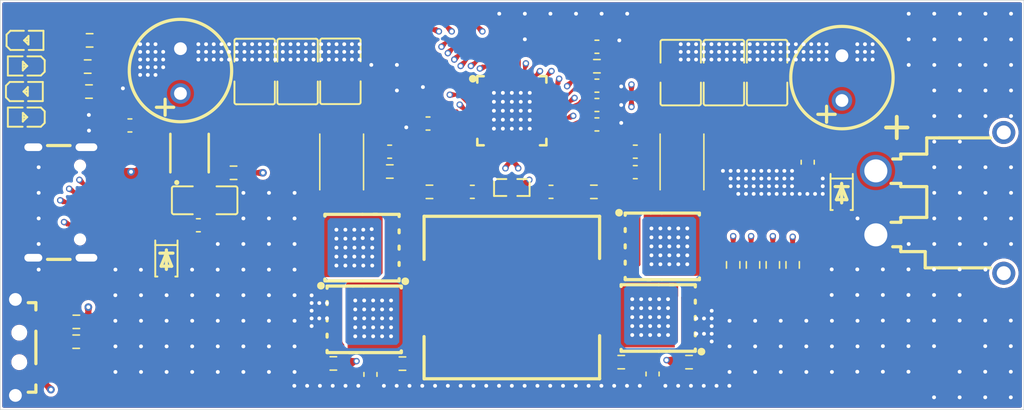
<source format=kicad_pcb>
(kicad_pcb (version 20241229) (generator "pcbnew") (generator_version "9.0")
  (layers (0 "F.Cu" signal) (4 "In1.Cu" signal) (6 "In2.Cu" signal) (2 "B.Cu" signal) (13 "F.Paste" user) (15 "B.Paste" user) (5 "F.SilkS" user "F.Silkscreen") (7 "B.SilkS" user "B.Silkscreen") (1 "F.Mask" user) (3 "B.Mask" user) (25 "Edge.Cuts" user))
  (net 0 "")
  (net 1 "VBUS1")
  (net 2 "GND")
  (net 3 "VBUS")
  (net 4 "Net-(U1-CSN1)")
  (net 5 "Net-(U1-BST1)")
  (net 6 "LX1")
  (net 7 "Net-(C11-Pad1)")
  (net 8 "Net-(U1-BST2)")
  (net 9 "LX2")
  (net 10 "Net-(C13-Pad1)")
  (net 11 "Net-(U1-CSN2)")
  (net 12 "+BATT")
  (net 13 "Net-(U1-VCCIO)")
  (net 14 "Net-(U1-VCC5V)")
  (net 15 "NTC")
  (net 18 "Net-(LED1-+)")
  (net 19 "Net-(LED1--)")
  (net 20 "Net-(LED3-+)")
  (net 21 "Net-(QLB1-G)")
  (net 22 "VBUS-")
  (net 23 "Net-(QLT1-G)")
  (net 24 "Net-(QRB1-G)")
  (net 25 "-BATT")
  (net 26 "Net-(QRT1-G)")
  (net 27 "LED1")
  (net 28 "LED3")
  (net 29 "VBUSG")
  (net 30 "LED2")
  (net 31 "LG1")
  (net 32 "HG1")
  (net 33 "HG2")
  (net 34 "LG2")
  (net 35 "VSET")
  (net 36 "PSET")
  (net 37 "BAT_NUM")
  (net 38 "CC_BDO")
  (net 40 "CC1")
  (net 41 "DM")
  (net 44 "DP")
  (net 46 "CC2")
  (net 47 "EN")
  (net 51 "Net-(R19-Pad2)")
  (net 52 "Net-(R21-Pad2)")
  (net 53 "Net-(Q1-G)")
  (footprint "Capacitor_SMD:C_0603_1608Metric_Pad1.08x0.95mm_HandSolder" (layer "F.Cu") (at 115.15 64.8)
    (property "Reference" "C5" (hide yes))
    (property "Value" "100nF" (hide yes))
  )
  (footprint "Capacitor_SMD:C_0603_1608Metric_Pad1.08x0.95mm_HandSolder" (layer "F.Cu") (at 149.3 59.05 180)
    (property "Reference" "C14" (hide yes))
    (property "Value" "1uF" (hide yes))
  )
  (footprint "easyeda2kicad:DFN-8_L5.7-W5.1-P1.27-LS6.1-BL-2" (layer "F.Cu") (at 128.1 72.155 -90)
    (property "Reference" "QLB1" (hide yes))
    (property "Value" "HSBA6074" (hide yes))
  )
  (footprint "easyeda2kicad:C1210" (layer "F.Cu") (at 152.85 52.87 90)
    (property "Reference" "C19" (hide yes))
    (property "Value" "22uF" (hide yes))
  )
  (footprint "easyeda2kicad:KEY-TH_K2-1112SW-AXXW-XX" (layer "F.Cu") (at 101.65 74.35 180)
    (property "Reference" "SW1" (hide yes))
    (property "Value" "K2-1112SW-A4SW-04" (hide yes))
  )
  (footprint "Resistor_SMD:R_0603_1608Metric_Pad0.98x0.95mm_HandSolder" (layer "F.Cu") (at 133.2125 62.19)
    (property "Reference" "R10" (hide yes))
    (property "Value" "0R" (hide yes))
  )
  (footprint "Resistor_SMD:R_0603_1608Metric_Pad0.98x0.95mm_HandSolder" (layer "F.Cu") (at 106.65 50.35)
    (property "Reference" "R2" (hide yes))
    (property "Value" "0R" (hide yes))
  )
  (footprint "Capacitor_SMD:C_0603_1608Metric_Pad1.08x0.95mm_HandSolder" (layer "F.Cu") (at 128.6 76.46 -90)
    (property "Reference" "C11" (hide yes))
    (property "Value" "3.3nF" (hide yes))
  )
  (footprint "easyeda2kicad:DFN-8_L3.0-W3.0-P0.65-BL_VBQFXXXX" (layer "F.Cu") (at 114.46 59.23)
    (property "Reference" "Q1" (hide yes))
    (property "Value" "RU3030M2-VB" (hide yes))
  )
  (footprint "easyeda2kicad:C1210" (layer "F.Cu") (at 126.25 52.77 90)
    (property "Reference" "C6" (hide yes))
    (property "Value" "22uF" (hide yes))
  )
  (footprint "Resistor_SMD:R_0603_1608Metric_Pad0.98x0.95mm_HandSolder" (layer "F.Cu") (at 146.0625 62.19 180)
    (property "Reference" "R11" (hide yes))
    (property "Value" "0R" (hide yes))
  )
  (footprint "Resistor_SMD:R_0603_1608Metric_Pad0.98x0.95mm_HandSolder" (layer "F.Cu") (at 131.1 75.615 180)
    (property "Reference" "R7" (hide yes))
    (property "Value" "2R" (hide yes))
  )
  (footprint "easyeda2kicad:SOD-123_L2.6-W1.6-LS3.5-RD" (layer "F.Cu") (at 165.43 62.2 -90)
    (property "Reference" "D2" (hide yes))
    (property "Value" "SMF30A_C364281" (hide yes))
  )
  (footprint "Capacitor_SMD:C_0603_1608Metric_Pad1.08x0.95mm_HandSolder" (layer "F.Cu") (at 149.3 60.65)
    (property "Reference" "R12" (hide yes))
    (property "Value" "10R" (hide yes))
  )
  (footprint "easyeda2kicad:QFN-40_L5.0-W5.0-P0.40-TL-EP3.7" (layer "F.Cu") (at 139.65 55.85)
    (property "Reference" "U1" (hide yes))
    (property "Value" "IP2366 (I2C VERSION)" (hide yes))
  )
  (footprint "Capacitor_SMD:C_0603_1608Metric_Pad1.08x0.95mm_HandSolder" (layer "F.Cu") (at 142.7125 62.19 180)
    (property "Reference" "C12" (hide yes))
    (property "Value" "100nF" (hide yes))
  )
  (footprint "Resistor_SMD:R_0603_1608Metric_Pad0.98x0.95mm_HandSolder" (layer "F.Cu") (at 161.6 67.9 -90)
    (property "Reference" "R15" (hide yes))
    (property "Value" "9.1k" (hide yes))
  )
  (footprint "Capacitor_SMD:C_0603_1608Metric_Pad1.08x0.95mm_HandSolder" (layer "F.Cu") (at 146.3 53.89 180)
    (property "Reference" "C15" (hide yes))
    (property "Value" "2.2uF" (hide yes))
  )
  (footprint "easyeda2kicad:LED0603-RD" (layer "F.Cu") (at 101.65 52.35 180)
    (property "Reference" "LED2" (hide yes))
    (property "Value" "50%" (hide yes))
  )
  (footprint "Capacitor_SMD:C_0603_1608Metric_Pad1.08x0.95mm_HandSolder" (layer "F.Cu") (at 146.3 55.4 180)
    (property "Reference" "C16" (hide yes))
    (property "Value" "2.2uF" (hide yes))
  )
  (footprint "Resistor_SMD:R_0603_1608Metric_Pad0.98x0.95mm_HandSolder" (layer "F.Cu") (at 117.9 60.7 180)
    (property "Reference" "R3" (hide yes))
    (property "Value" "0R" (hide yes))
  )
  (footprint "easyeda2kicad:C1210" (layer "F.Cu") (at 119.55 52.785 90)
    (property "Reference" "C2" (hide yes))
    (property "Value" "22uF" (hide yes))
  )
  (footprint "easyeda2kicad:LED0603-RD" (layer "F.Cu") (at 101.6 54.35)
    (property "Reference" "LED3" (hide yes))
    (property "Value" "75%" (hide yes))
  )
  (footprint "easyeda2kicad:C1210" (layer "F.Cu") (at 122.905 52.785 90)
    (property "Reference" "C4" (hide yes))
    (property "Value" "22uF" (hide yes))
  )
  (footprint "Capacitor_SMD:C_0603_1608Metric_Pad1.08x0.95mm_HandSolder" (layer "F.Cu") (at 146.3 50.85)
    (property "Reference" "C21" (hide yes))
    (property "Value" "100nF" (hide yes))
  )
  (footprint "Capacitor_SMD:C_0603_1608Metric_Pad1.08x0.95mm_HandSolder" (layer "F.Cu") (at 146.3 56.92 180)
    (property "Reference" "C17" (hide yes))
    (property "Value" "2.2uF" (hide yes))
  )
  (footprint "Resistor_SMD:R_0603_1608Metric_Pad0.98x0.95mm_HandSolder" (layer "F.Cu") (at 106.5 52.4)
    (property "Reference" "R1" (hide yes))
    (property "Value" "100R" (hide yes))
  )
  (footprint "Resistor_SMD:R_0603_1608Metric_Pad0.98x0.95mm_HandSolder" (layer "F.Cu") (at 148.2 75.5)
    (property "Reference" "R9" (hide yes))
    (property "Value" "2R" (hide yes))
  )
  (footprint "Resistor_SMD:R_0603_1608Metric_Pad0.98x0.95mm_HandSolder" (layer "F.Cu") (at 105.6 73.9 180)
    (property "Reference" "R20" (hide yes))
    (property "Value" "10k" (hide yes))
  )
  (footprint "easyeda2kicad:CAP-TH_BD8.0-P3.50-D0.6-FD" (layer "F.Cu") (at 113.75 52.75 90)
    (property "Reference" "C1" (hide yes))
    (property "Value" "220uF" (hide yes))
  )
  (footprint "Resistor_SMD:R_0603_1608Metric_Pad0.98x0.95mm_HandSolder" (layer "F.Cu") (at 158.5 67.9 -90)
    (property "Reference" "R16" (hide yes))
    (property "Value" "27k" (hide yes))
  )
  (footprint "easyeda2kicad:R0603" (layer "F.Cu") (at 139.65 61.85 180)
    (property "Reference" "RNTC1" (hide yes))
    (property "Value" "10k" (hide yes))
  )
  (footprint "Resistor_SMD:R_0603_1608Metric_Pad0.98x0.95mm_HandSolder" (layer "F.Cu") (at 105.6125 72.35 180)
    (property "Reference" "R19" (hide yes))
    (property "Value" "43k" (hide yes))
  )
  (footprint "easyeda2kicad:SOD-123_L2.6-W1.6-LS3.5-RD" (layer "F.Cu") (at 112.65 67.4 -90)
    (property "Reference" "D1" (hide yes))
    (property "Value" "SMF30A_C364281" (hide yes))
  )
  (footprint "Resistor_SMD:R_2512_6332Metric_Pad1.40x3.35mm_HandSolder" (layer "F.Cu") (at 126.35 59.85 -90)
    (property "Reference" "R5" (hide yes))
    (property "Value" "5m" (hide yes))
  )
  (footprint "Capacitor_SMD:C_0603_1608Metric_Pad1.08x0.95mm_HandSolder" (layer "F.Cu") (at 130.1 59.05 180)
    (property "Reference" "C9" (hide yes))
    (property "Value" "1uF" (hide yes))
  )
  (footprint "Capacitor_SMD:C_0603_1608Metric_Pad1.08x0.95mm_HandSolder" (layer "F.Cu") (at 133.1 56.85 180)
    (property "Reference" "C8" (hide yes))
    (property "Value" "2.2uF" (hide yes))
  )
  (footprint "Resistor_SMD:R_0603_1608Metric_Pad0.98x0.95mm_HandSolder" (layer "F.Cu") (at 125.7 75.6)
    (property "Reference" "R8" (hide yes))
    (property "Value" "0R" (hide yes))
  )
  (footprint "Resistor_SMD:R_0603_1608Metric_Pad0.98x0.95mm_HandSolder" (layer "F.Cu") (at 106.6 54.35 180)
    (property "Reference" "R4" (hide yes))
    (property "Value" "100R" (hide yes))
  )
  (footprint "easyeda2kicad:CAP-TH_BD8.0-P3.50-D0.6-FD" (layer "F.Cu") (at 165.45 53.3 90)
    (property "Reference" "C23" (hide yes))
    (property "Value" "220uF" (hide yes))
  )
  (footprint "easyeda2kicad:C1210" (layer "F.Cu") (at 156.225 52.87 90)
    (property "Reference" "C20" (hide yes))
    (property "Value" "22uF" (hide yes))
  )
  (footprint "easyeda2kicad:LED0603-RD" (layer "F.Cu") (at 101.65 50.35)
    (property "Reference" "LED1" (hide yes))
    (property "Value" "25%" (hide yes))
  )
  (footprint "Resistor_SMD:R_0603_1608Metric_Pad0.98x0.95mm_HandSolder" (layer "F.Cu") (at 130.1125 60.6 180)
    (property "Reference" "R6" (hide yes))
    (property "Value" "10R" (hide yes))
  )
  (footprint "Capacitor_SMD:C_0603_1608Metric_Pad1.08x0.95mm_HandSolder" (layer "F.Cu") (at 136.5625 62.19)
    (property "Reference" "C10" (hide yes))
    (property "Value" "100nF" (hide yes))
  )
  (footprint "easyeda2kicad:C1210" (layer "F.Cu") (at 159.6 52.87 90)
    (property "Reference" "C22" (hide yes))
    (property "Value" "22uF" (hide yes))
  )
  (footprint "Resistor_SMD:R_0603_1608Metric_Pad0.98x0.95mm_HandSolder" (layer "F.Cu") (at 156.95 67.9 -90)
    (property "Reference" "R18" (hide yes))
    (property "Value" "1k" (hide yes))
  )
  (footprint "easyeda2kicad:DFN-8_L5.7-W5.1-P1.27-LS6.1-BL-2" (layer "F.Cu") (at 151.4 66.45 -90)
    (property "Reference" "QRT1" (hide yes))
    (property "Value" "HSBA6074" (hide yes))
  )
  (footprint "Resistor_SMD:R_2512_6332Metric_Pad1.40x3.35mm_HandSolder" (layer "F.Cu") (at 152.95 59.85 90)
    (property "Reference" "R13" (hide yes))
    (property "Value" "5m" (hide yes))
  )
  (footprint "Capacitor_SMD:C_0603_1608Metric_Pad1.08x0.95mm_HandSolder" (layer "F.Cu") (at 150.65 76.425 -90)
    (property "Reference" "C13" (hide yes))
    (property "Value" "3.3nF" (hide yes))
  )
  (footprint "easyeda2kicad:C1206" (layer "F.Cu") (at 115.64 62.85)
    (property "Reference" "C3" (hide yes))
    (property "Value" "10uF" (hide yes))
  )
  (footprint "easyeda2kicad:DFN-8_L5.7-W5.1-P1.27-LS6.1-BL-2" (layer "F.Cu") (at 127.95 66.55 90)
    (property "Reference" "QLT1" (hide yes))
    (property "Value" "HSBA6074" (hide yes))
  )
  (footprint "easyeda2kicad:DFN-8_L5.7-W5.1-P1.27-LS6.1-BL-2" (layer "F.Cu") (at 151.1 72.05 90)
    (property "Reference" "QRB1" (hide yes))
    (property "Value" "HSBA6074" (hide yes))
  )
  (footprint "Resistor_SMD:R_0603_1608Metric_Pad0.98x0.95mm_HandSolder" (layer "F.Cu") (at 160.05 67.9 -90)
    (property "Reference" "R17" (hide yes))
    (property "Value" "27k" (hide yes))
  )
  (footprint "easyeda2kicad:USB-C-SMD_TYPE-C16PIN" (layer "F.Cu") (at 104.61 63.02 -90)
    (property "Reference" "USB1" (hide yes))
    (property "Value" "TYPE-C16PIN" (hide yes))
  )
  (footprint "easyeda2kicad:IND-SMD_L13.5-W12.5" (layer "F.Cu") (at 139.65 70.45)
    (property "Reference" "L1" (hide yes))
    (property "Value" "10uH" (hide yes))
  )
  (footprint "Capacitor_SMD:C_0603_1608Metric_Pad1.08x0.95mm_HandSolder" (layer "F.Cu") (at 162.775 59.875 -90)
    (property "Reference" "C18" (hide yes))
    (property "Value" "100nF" (hide yes))
  )
  (footprint "Resistor_SMD:R_0603_1608Metric_Pad0.98x0.95mm_HandSolder" (layer "F.Cu") (at 146.3 52.37)
    (property "Reference" "R21" (hide yes))
    (property "Value" "0R" (hide yes))
  )
  (footprint "Capacitor_SMD:C_0603_1608Metric_Pad1.08x0.95mm_HandSolder" (layer "F.Cu") (at 109.8 57 180)
    (property "Reference" "C7" (hide yes))
    (property "Value" "100nF" (hide yes))
  )
  (footprint "easyeda2kicad:CONN-TH_XT30PW-M" (layer "F.Cu") (at 173.1 63.05 90)
    (property "Reference" "CN1" (hide yes))
    (property "Value" "XT30PW-M" (hide yes))
  )
  (footprint "Resistor_SMD:R_0603_1608Metric_Pad0.98x0.95mm_HandSolder" (layer "F.Cu") (at 153.5 75.5 180)
    (property "Reference" "R14" (hide yes))
    (property "Value" "0R" (hide yes))
  )
  (footprint "easyeda2kicad:LED0603-RD" (layer "F.Cu") (at 101.65 56.35 180)
    (property "Reference" "LED4" (hide yes))
    (property "Value" "100%" (hide yes))
  )
  (gr_poly (pts (xy 126.85 69.55) (xy 126.65 69.75) (xy 126.65 73.95) (xy 126.85 74.15) (xy 130.65 74.15) (xy 130.85 73.95) (xy 130.85 69.75) (xy 130.65 69.55)) (fill yes) (layer "B.Cu") (net 6))
  (gr_poly (pts (xy 150.05 64.15) (xy 149.85 64.35) (xy 149.85 68.55) (xy 150.05 68.75) (xy 153.85 68.75) (xy 154.05 68.55) (xy 154.05 64.35) (xy 153.85 64.15)) (fill yes) (layer "B.Cu") (net 25))
  (gr_poly (pts (xy 148.627 69.55) (xy 148.427 69.75) (xy 148.427 73.95) (xy 148.627 74.15) (xy 152.427 74.15) (xy 152.627 73.95) (xy 152.627 69.75) (xy 152.427 69.55)) (fill yes) (layer "B.Cu") (net 9))
  (gr_poly (pts (xy 125.45 64.25) (xy 125.25 64.45) (xy 125.25 68.65) (xy 125.45 68.85) (xy 129.25 68.85) (xy 129.45 68.65) (xy 129.45 64.45) (xy 129.25 64.25)) (fill yes) (layer "B.Cu") (net 22))
  (gr_rect (start 99.67 47.22) (end 179.67 79.22) (stroke (width 0.05)) (fill no) (layer "Edge.Cuts"))
  (gr_text "+" (at 169.9 55.6 -90) (layer "F.SilkS") (effects (font (size 2.2 2.2) (thickness 0.3)) (justify left)))
  (segment (start 135.342 55.843) (end 131.857 55.843) (width 0.2) (layer "F.Cu") (net 1))
  (segment (start 128.55 59.551) (end 129.051 59.051) (width 0.254) (layer "F.Cu") (net 1))
  (segment (start 126.65 59.551) (end 128.55 59.551) (width 0.254) (layer "F.Cu") (net 1))
  (segment (start 135.949 57.25) (end 134.953 58.246) (width 0.2) (layer "F.Cu") (net 1))
  (segment (start 126.35 59.249) (end 126.65 59.551) (width 0.254) (layer "F.Cu") (net 1))
  (segment (start 137.049 56.45) (end 135.949 56.45) (width 0.2) (layer "F.Cu") (net 1))
  (segment (start 129.051 59.051) (end 129.449 59.051) (width 0.254) (layer "F.Cu") (net 1))
  (segment (start 137.049 57.25) (end 135.949 57.25) (width 0.2) (layer "F.Cu") (net 1))
  (segment (start 126.35 56.785) (end 126.35 59.249) (width 0.254) (layer "F.Cu") (net 1))
  (segment (start 135.949 56.45) (end 135.342 55.843) (width 0.2) (layer "F.Cu") (net 1))
  (segment (start 132.952 57.75) (end 127.3 57.75) (width 0.254) (layer "F.Cu") (net 1))
  (segment (start 131.857 55.843) (end 130.351 57.349) (width 0.2) (layer "F.Cu") (net 1))
  (segment (start 130.351 57.349) (end 126.899 57.349) (width 0.2) (layer "F.Cu") (net 1))
  (segment (start 137.049 56.851) (end 133.851 56.851) (width 0.2) (layer "F.Cu") (net 1))
  (segment (start 137.049 56.851) (end 137.049 56.851) (width 0.2) (layer "F.Cu") (net 1))
  (segment (start 134.953 58.246) (end 130.254 58.246) (width 0.2) (layer "F.Cu") (net 1))
  (segment (start 127.3 57.75) (end 126.35 56.8) (width 0.254) (layer "F.Cu") (net 1))
  (segment (start 130.254 58.246) (end 129.449 59.051) (width 0.2) (layer "F.Cu") (net 1))
  (segment (start 126.899 57.349) (end 126.35 56.8) (width 0.2) (layer "F.Cu") (net 1))
  (segment (start 133.851 56.851) (end 132.952 57.75) (width 0.254) (layer "F.Cu") (net 1))
  (segment (start 138.31 61.2) (end 138.31 61.26) (width 0.254) (layer "F.Cu") (net 2))
  (segment (start 139.851 55.65) (end 139.65 55.85) (width 0.2) (layer "F.Cu") (net 2))
  (segment (start 142.251 55.65) (end 139.851 55.65) (width 0.2) (layer "F.Cu") (net 2))
  (segment (start 131.7 56.85) (end 132.2375 56.85) (width 0.4) (layer "F.Cu") (net 2))
  (segment (start 138.31 61.26) (end 138.9 61.85) (width 0.254) (layer "F.Cu") (net 2))
  (segment (start 131.4 57.15) (end 131.7 56.85) (width 0.4) (layer "F.Cu") (net 2))
  (via (at 154.65 77.35) (size 0.5) (drill 0.3) (layers "F.Cu" "B.Cu") (net 2))
  (via (at 170.65 76.25) (size 0.5) (drill 0.3) (layers "F.Cu" "B.Cu") (net 2))
  (via (at 111.2 51.85) (size 0.5) (drill 0.3) (layers "F.Cu" "B.Cu") (net 2))
  (via (at 140.65 77.35) (size 0.5) (drill 0.3) (layers "F.Cu" "B.Cu") (net 2))
  (via (at 123.55 51.85) (size 0.5) (drill 0.3) (layers "F.Cu" "B.Cu") (net 2))
  (via (at 130.667 52.267) (size 0.5) (drill 0.3) (layers "F.Cu" "B.Cu") (net 2))
  (via (at 167.85 50.65) (size 0.5) (drill 0.3) (layers "F.Cu" "B.Cu") (net 2))
  (via (at 159.15 61.75) (size 0.5) (drill 0.3) (layers "F.Cu" "B.Cu") (net 2))
  (via (at 167.85 51.25) (size 0.5) (drill 0.3) (layers "F.Cu" "B.Cu") (net 2))
  (via (at 155.269 71.485) (size 0.5) (drill 0.3) (layers "F.Cu" "B.Cu") (net 2))
  (via (at 111.8 51.25) (size 0.5) (drill 0.3) (layers "F.Cu" "B.Cu") (net 2))
  (via (at 121.75 50.65) (size 0.5) (drill 0.3) (layers "F.Cu" "B.Cu") (net 2))
  (via (at 138.249 54.452) (size 0.5) (drill 0.3) (layers "F.Cu" "B.Cu") (net 2))
  (via (at 118.15 51.25) (size 0.5) (drill 0.3) (layers "F.Cu" "B.Cu") (net 2))
  (via (at 121.15 51.85) (size 0.5) (drill 0.3) (layers "F.Cu" "B.Cu") (net 2))
  (via (at 122.667 70.267) (size 0.5) (drill 0.3) (layers "F.Cu" "B.Cu") (net 2))
  (via (at 163.95 61.75) (size 0.5) (drill 0.3) (layers "F.Cu" "B.Cu") (net 2))
  (via (at 170.65 74.25) (size 0.5) (drill 0.3) (layers "F.Cu" "B.Cu") (net 2))
  (via (at 158.55 61.15) (size 0.5) (drill 0.3) (layers "F.Cu" "B.Cu") (net 2))
  (via (at 122.667 74.267) (size 0.5) (drill 0.3) (layers "F.Cu" "B.Cu") (net 2))
  (via (at 160.35 61.15) (size 0.5) (drill 0.3) (layers "F.Cu" "B.Cu") (net 2))
  (via (at 164.65 68.25) (size 0.5) (drill 0.3) (layers "F.Cu" "B.Cu") (net 2))
  (via (at 118.667 74.267) (size 0.5) (drill 0.3) (layers "F.Cu" "B.Cu") (net 2))
  (via (at 160.35 62.35) (size 0.5) (drill 0.3) (layers "F.Cu" "B.Cu") (net 2))
  (via (at 149.65 77.35) (size 0.5) (drill 0.3) (layers "F.Cu" "B.Cu") (net 2))
  (via (at 141.049 55.152) (size 0.5) (drill 0.3) (layers "F.Cu" "B.Cu") (net 2))
  (via (at 164.667 76.267) (size 0.5) (drill 0.3) (layers "F.Cu" "B.Cu") (net 2))
  (via (at 111.8 50.65) (size 0.5) (drill 0.3) (layers "F.Cu" "B.Cu") (net 2))
  (via (at 153.45 50.65) (size 0.5) (drill 0.3) (layers "F.Cu" "B.Cu") (net 2))
  (via (at 111.2 52.45) (size 0.5) (drill 0.3) (layers "F.Cu" "B.Cu") (net 2))
  (via (at 120.667 68.267) (size 0.5) (drill 0.3) (layers "F.Cu" "B.Cu") (net 2))
  (via (at 114.66 68.27) (size 0.5) (drill 0.3) (layers "F.Cu" "B.Cu") (net 2))
  (via (at 102.667 68.267) (size 0.5) (drill 0.3) (layers "F.Cu" "B.Cu") (net 2))
  (via (at 176.667 66.267) (size 0.5) (drill 0.3) (layers "F.Cu" "B.Cu") (net 2))
  (via (at 160.95 61.15) (size 0.5) (drill 0.3) (layers "F.Cu" "B.Cu") (net 2))
  (via (at 158.25 50.65) (size 0.5) (drill 0.3) (layers "F.Cu" "B.Cu") (net 2))
  (via (at 156.667 72.267) (size 0.5) (drill 0.3) (layers "F.Cu" "B.Cu") (net 2))
  (via (at 110.667 70.267) (size 0.5) (drill 0.3) (layers "F.Cu" "B.Cu") (net 2))
  (via (at 174.667 58.267) (size 0.5) (drill 0.3) (layers "F.Cu" "B.Cu") (net 2))
  (via (at 127.65 77.35) (size 0.5) (drill 0.3) (layers "F.Cu" "B.Cu") (net 2))
  (via (at 178.65 76.25) (size 0.5) (drill 0.3) (layers "F.Cu" "B.Cu") (net 2))
  (via (at 174.65 72.25) (size 0.5) (drill 0.3) (layers "F.Cu" "B.Cu") (net 2))
  (via (at 118.667 72.267) (size 0.5) (drill 0.3) (layers "F.Cu" "B.Cu") (net 2))
  (via (at 134.65 77.35) (size 0.5) (drill 0.3) (layers "F.Cu" "B.Cu") (net 2))
  (via (at 122.667 76.267) (size 0.5) (drill 0.3) (layers "F.Cu" "B.Cu") (net 2))
  (via (at 163.65 51.25) (size 0.5) (drill 0.3) (layers "F.Cu" "B.Cu") (net 2))
  (via (at 115.15 51.85) (size 0.5) (drill 0.3) (layers "F.Cu" "B.Cu") (net 2))
  (via (at 172.667 54.267) (size 0.5) (drill 0.3) (layers "F.Cu" "B.Cu") (net 2))
  (via (at 170.65 70.25) (size 0.5) (drill 0.3) (layers "F.Cu" "B.Cu") (net 2))
  (via (at 127.75 51.25) (size 0.5) (drill 0.3) (layers "F.Cu" "B.Cu") (net 2))
  (via (at 176.65 78.25) (size 0.5) (drill 0.3) (layers "F.Cu" "B.Cu") (net 2))
  (via (at 102.667 66.267) (size 0.5) (drill 0.3) (layers "F.Cu" "B.Cu") (net 2))
  (via (at 130.65 77.35) (size 0.5) (drill 0.3) (layers "F.Cu" "B.Cu") (net 2))
  (via (at 178.667 64.267) (size 0.5) (drill 0.3) (layers "F.Cu" "B.Cu") (net 2))
  (via (at 139.649 57.252) (size 0.5) (drill 0.3) (layers "F.Cu" "B.Cu") (net 2))
  (via (at 123.65 77.35) (size 0.5) (drill 0.3) (layers "F.Cu" "B.Cu") (net 2))
  (via (at 116.667 66.267) (size 0.5) (drill 0.3) (layers "F.Cu" "B.Cu") (net 2))
  (via (at 168.65 68.25) (size 0.5) (drill 0.3) (layers "F.Cu" "B.Cu") (net 2))
  (via (at 124.75 51.25) (size 0.5) (drill 0.3) (layers "F.Cu" "B.Cu") (net 2))
  (via (at 174.65 70.25) (size 0.5) (drill 0.3) (layers "F.Cu" "B.Cu") (net 2))
  (via (at 164.25 51.85) (size 0.5) (drill 0.3) (layers "F.Cu" "B.Cu") (net 2))
  (via (at 136.65 77.35) (size 0.5) (drill 0.3) (layers "F.Cu" "B.Cu") (net 2))
  (via (at 176.65 76.25) (size 0.5) (drill 0.3) (layers "F.Cu" "B.Cu") (net 2))
  (via (at 160.95 61.75) (size 0.5) (drill 0.3) (layers "F.Cu" "B.Cu") (net 2))
  (via (at 119.95 51.25) (size 0.5) (drill 0.3) (layers "F.Cu" "B.Cu") (net 2))
  (via (at 174.65 68.25) (size 0.5) (drill 0.3) (layers "F.Cu" "B.Cu") (net 2))
  (via (at 116.95 51.85) (size 0.5) (drill 0.3) (layers "F.Cu" "B.Cu") (net 2))
  (via (at 174.667 62.267) (size 0.5) (drill 0.3) (layers "F.Cu" "B.Cu") (net 2))
  (via (at 176.673 50.273) (size 0.5) (drill 0.3) (layers "F.Cu" "B.Cu") (net 2))
  (via (at 178.667 54.267) (size 0.5) (drill 0.3) (layers "F.Cu" "B.Cu") (net 2))
  (via (at 178.667 66.267) (size 0.5) (drill 0.3) (layers "F.Cu" "B.Cu") (net 2))
  (via (at 114.667 74.267) (size 0.5) (drill 0.3) (layers "F.Cu" "B.Cu") (net 2))
  (via (at 157.95 62.35) (size 0.5) (drill 0.3) (layers "F.Cu" "B.Cu") (net 2))
  (via (at 112.4 51.85) (size 0.5) (drill 0.3) (layers "F.Cu" "B.Cu") (net 2))
  (via (at 166.65 50.65) (size 0.5) (drill 0.3) (layers "F.Cu" "B.Cu") (net 2))
  (via (at 140.349 54.452) (size 0.5) (drill 0.3) (layers "F.Cu" "B.Cu") (net 2))
  (via (at 141.049 54.452) (size 0.5) (drill 0.3) (layers "F.Cu" "B.Cu") (net 2))
  (via (at 164.25 50.65) (size 0.5) (drill 0.3) (layers "F.Cu" "B.Cu") (net 2))
  (via (at 159.75 61.15) (size 0.5) (drill 0.3) (layers "F.Cu" "B.Cu") (net 2))
  (via (at 158.85 51.25) (size 0.5) (drill 0.3) (layers "F.Cu" "B.Cu") (net 2))
  (via (at 159.15 62.35) (size 0.5) (drill 0.3) (layers "F.Cu" "B.Cu") (net 2))
  (via (at 122.667 64.267) (size 0.5) (drill 0.3) (layers "F.Cu" "B.Cu") (net 2))
  (via (at 121.75 51.25) (size 0.5) (drill 0.3) (layers "F.Cu" "B.Cu") (net 2))
  (via (at 167.85 51.85) (size 0.5) (drill 0.3) (layers "F.Cu" "B.Cu") (net 2))
  (via (at 138.949 55.152) (size 0.5) (drill 0.3) (layers "F.Cu" "B.Cu") (net 2))
  (via (at 174.673 50.273) (size 0.5) (drill 0.3) (layers "F.Cu" "B.Cu") (net 2))
  (via (at 168.65 76.25) (size 0.5) (drill 0.3) (layers "F.Cu" "B.Cu") (net 2))
  (via (at 158.55 61.75) (size 0.5) (drill 0.3) (layers "F.Cu" "B.Cu") (net 2))
  (via (at 115.15 50.65) (size 0.5) (drill 0.3) (layers "F.Cu" "B.Cu") (net 2))
  (via (at 115.75 51.85) (size 0.5) (drill 0.3) (layers "F.Cu" "B.Cu") (net 2))
  (via (at 160.05 50.65) (size 0.5) (drill 0.3) (layers "F.Cu" "B.Cu") (net 2))
  (via (at 172.667 60.267) (size 0.5) (drill 0.3) (layers "F.Cu" "B.Cu") (net 2))
  (via (at 156.15 60.55) (size 0.5) (drill 0.3) (layers "F.Cu" "B.Cu") (net 2))
  (via (at 110.6 51.85) (size 0.5) (drill 0.3) (layers "F.Cu" "B.Cu") (net 2))
  (via (at 176.667 60.267) (size 0.5) (drill 0.3) (layers "F.Cu" "B.Cu") (net 2))
  (via (at 130.667 54.267) (size 0.5) (drill 0.3) (layers "F.Cu" "B.Cu") (net 2))
  (via (at 160.667 74.267) (size 0.5) (drill 0.3) (layers "F.Cu" "B.Cu") (net 2))
  (via (at 116.667 72.267) (size 0.5) (drill 0.3) (layers "F.Cu" "B.Cu") (net 2))
  (via (at 112.667 76.267) (size 0.5) (drill 0.3) (layers "F.Cu" "B.Cu") (net 2))
  (via (at 117.55 51.85) (size 0.5) (drill 0.3) (layers "F.Cu" "B.Cu") (net 2))
  (via (at 124.75 51.85) (size 0.5) (drill 0.3) (layers "F.Cu" "B.Cu") (net 2))
  (via (at 120.667 66.267) (size 0.5) (drill 0.3) (layers "F.Cu" "B.Cu") (net 2))
  (via (at 161.55 62.35) (size 0.5) (drill 0.3) (layers "F.Cu" "B.Cu") (net 2))
  (via (at 125.65 77.35) (size 0.5) (drill 0.3) (layers "F.Cu" "B.Cu") (net 2))
  (via (at 111.8 52.45) (size 0.5) (drill 0.3) (layers "F.Cu" "B.Cu") (net 2))
  (via (at 140.349 57.252) (size 0.5) (drill 0.3) (layers "F.Cu" "B.Cu") (net 2))
  (via (at 174.667 64.267) (size 0.5) (drill 0.3) (layers "F.Cu" "B.Cu") (net 2))
  (via (at 153.45 51.25) (size 0.5) (drill 0.3) (layers "F.Cu" "B.Cu") (net 2))
  (via (at 170.67 52.27) (size 0.5) (drill 0.3) (layers "F.Cu" "B.Cu") (net 2))
  (via (at 172.65 68.25) (size 0.5) (drill 0.3) (layers "F.Cu" "B.Cu") (net 2))
  (via (at 157.65 50.65) (size 0.5) (drill 0.3) (layers "F.Cu" "B.Cu") (net 2))
  (via (at 111.2 53.05) (size 0.5) (drill 0.3) (layers "F.Cu" "B.Cu") (net 2))
  (via (at 162.667 74.267) (size 0.5) (drill 0.3) (layers "F.Cu" "B.Cu") (net 2))
  (via (at 163.35 62.35) (size 0.5) (drill 0.3) (layers "F.Cu" "B.Cu") (net 2))
  (via (at 133.65 77.35) (size 0.5) (drill 0.3) (layers "F.Cu" "B.Cu") (net 2))
  (via (at 124 71.48) (size 0.5) (drill 0.3) (layers "F.Cu" "B.Cu") (net 2))
  (via (at 122.95 50.65) (size 0.5) (drill 0.3) (layers "F.Cu" "B.Cu") (net 2))
  (via (at 119.35 51.85) (size 0.5) (drill 0.3) (layers "F.Cu" "B.Cu") (net 2))
  (via (at 178.667 62.267) (size 0.5) (drill 0.3) (layers "F.Cu" "B.Cu") (net 2))
  (via (at 158.85 51.85) (size 0.5) (drill 0.3) (layers "F.Cu" "B.Cu") (net 2))
  (via (at 111.8 51.85) (size 0.5) (drill 0.3) (layers "F.Cu" "B.Cu") (net 2))
  (via (at 156.75 61.15) (size 0.5) (drill 0.3) (layers "F.Cu" "B.Cu") (net 2))
  (via (at 163.95 62.35) (size 0.5) (drill 0.3) (layers "F.Cu" "B.Cu") (net 2))
  (via (at 122.667 68.267) (size 0.5) (drill 0.3) (layers "F.Cu" "B.Cu") (net 2))
  (via (at 174.667 60.267) (size 0.5) (drill 0.3) (layers "F.Cu" "B.Cu") (net 2))
  (via (at 163.05 51.85) (size 0.5) (drill 0.3) (layers "F.Cu" "B.Cu") (net 2))
  (via (at 124 72.08) (size 0.5) (drill 0.3) (layers "F.Cu" "B.Cu") (net 2))
  (via (at 154.669 72.085) (size 0.5) (drill 0.3) (layers "F.Cu" "B.Cu") (net 2))
  (via (at 161.55 61.75) (size 0.5) (drill 0.3) (layers "F.Cu" "B.Cu") (net 2))
  (via (at 112.4 52.45) (size 0.5) (drill 0.3) (layers "F.Cu" "B.Cu") (net 2))
  (via (at 116.95 51.25) (size 0.5) (drill 0.3) (layers "F.Cu" "B.Cu") (net 2))
  (via (at 106.59 56.18) (size 0.5) (drill 0.3) (layers "F.Cu" "B.Cu") (net 2))
  (via (at 148.2 55.401999) (size 0.5) (drill 0.3) (layers "F.Cu" "B.Cu") (net 2))
  (via (at 120.667 64.267) (size 0.5) (drill 0.3) (layers "F.Cu" "B.Cu") (net 2))
  (via (at 158.667 72.267) (size 0.5) (drill 0.3) (layers "F.Cu" "B.Cu") (net 2))
  (via (at 152.85 50.65) (size 0.5) (drill 0.3) (layers "F.Cu" "B.Cu") (net 2))
  (via (at 108.66 72.27) (size 0.5) (drill 0.3) (layers "F.Cu" "B.Cu") (net 2))
  (via (at 142.667 48.267) (size 0.5) (drill 0.3) (layers "F.Cu" "B.Cu") (net 2))
  (via (at 163.05 50.65) (size 0.5) (drill 0.3) (layers "F.Cu" "B.Cu") (net 2))
  (via (at 161.25 51.25) (size 0.5) (drill 0.3) (layers "F.Cu" "B.Cu") (net 2))
  (via (at 121.75 51.85) (size 0.5) (drill 0.3) (layers "F.Cu" "B.Cu") (net 2))
  (via (at 178.667 48.267) (size 0.5) (drill 0.3) (layers "F.Cu" "B.Cu") (net 2))
  (via (at 174.667 56.267) (size 0.5) (drill 0.3) (layers "F.Cu" "B.Cu") (net 2))
  (via (at 176.67 52.27) (size 0.5) (drill 0.3) (layers "F.Cu" "B.Cu") (net 2))
  (via (at 176.65 74.25) (size 0.5) (drill 0.3) (layers "F.Cu" "B.Cu") (net 2))
  (via (at 174.65 78.25) (size 0.5) (drill 0.3) (layers "F.Cu" "B.Cu") (net 2))
  (via (at 124.15 50.65) (size 0.5) (drill 0.3) (layers "F.Cu" "B.Cu") (net 2))
  (via (at 139.649 55.152) (size 0.5) (drill 0.3) (layers "F.Cu" "B.Cu") (net 2))
  (via (at 138.949 56.552) (size 0.5) (drill 0.3) (layers "F.Cu" "B.Cu") (net 2))
  (via (at 178.67 52.27) (size 0.5) (drill 0.3) (layers "F.Cu" "B.Cu") (net 2))
  (via (at 172.67 52.27) (size 0.5) (drill 0.3) (layers "F.Cu" "B.Cu") (net 2))
  (via (at 155.269 72.685) (size 0.5) (drill 0.3) (layers "F.Cu" "B.Cu") (net 2))
  (via (at 148.05 50.35) (size 0.5) (drill 0.3) (layers "F.Cu" "B.Cu") (net 2))
  (via (at 172.673 50.273) (size 0.5) (drill 0.3) (layers "F.Cu" "B.Cu") (net 2))
  (via (at 176.667 68.267) (size 0.5) (drill 0.3) (layers "F.Cu" "B.Cu") (net 2))
  (via (at 160.67 76.27) (size 0.5) (drill 0.3) (layers "F.Cu" "B.Cu") (net 2))
  (via (at 155.85 51.25) (size 0.5) (drill 0.3) (layers "F.Cu" "B.Cu") (net 2))
  (via (at 120.67 62.27) (size 0.5) (drill 0.3) (layers "F.Cu" "B.Cu") (net 2))
  (via (at 166.65 68.25) (size 0.5) (drill 0.3) (layers "F.Cu" "B.Cu") (net 2))
  (via (at 111.2 51.25) (size 0.5) (drill 0.3) (layers "F.Cu" "B.Cu") (net 2))
  (via (at 152.85 51.85) (size 0.5) (drill 0.3) (layers "F.Cu" "B.Cu") (net 2))
  (via (at 124 70.88) (size 0.5) (drill 0.3) (layers "F.Cu" "B.Cu") (net 2))
  (via (at 172.667 64.267) (size 0.5) (drill 0.3) (layers "F.Cu" "B.Cu") (net 2))
  (via (at 148.667 48.267) (size 0.5) (drill 0.3) (layers "F.Cu" "B.Cu") (net 2))
  (via (at 138.949 57.252) (size 0.5) (drill 0.3) (layers "F.Cu" "B.Cu") (net 2))
  (via (at 156.75 60.55) (size 0.5) (drill 0.3) (layers "F.Cu" "B.Cu") (net 2))
  (via (at 123.55 50.65) (size 0.5) (drill 0.3) (layers "F.Cu" "B.Cu") (net 2))
  (via (at 140.667 50.267) (size 0.5) (drill 0.3) (layers "F.Cu" "B.Cu") (net 2))
  (via (at 166.667 64.267) (size 0.5) (drill 0.3) (layers "F.Cu" "B.Cu") (net 2))
  (via (at 126.55 51.25) (size 0.5) (drill 0.3) (layers "F.Cu" "B.Cu") (net 2))
  (via (at 170.65 72.25) (size 0.5) (drill 0.3) (layers "F.Cu" "B.Cu") (net 2))
  (via (at 164.65 70.25) (size 0.5) (drill 0.3) (layers "F.Cu" "B.Cu") (net 2))
  (via (at 119.95 51.85) (size 0.5) (drill 0.3) (layers "F.Cu" "B.Cu") (net 2))
  (via (at 115.75 51.25) (size 0.5) (drill 0.3) (layers "F.Cu" "B.Cu") (net 2))
  (via (at 106.6 57.4) (size 0.5) (drill 0.3) (layers "F.Cu" "B.Cu") (net 2))
  (via (at 146.65 77.35) (size 0.5) (drill 0.3) (layers "F.Cu" "B.Cu") (net 2))
  (via (at 122.35 51.85) (size 0.5) (drill 0.3) (layers "F.Cu" "B.Cu") (net 2))
  (via (at 168.65 70.25) (size 0.5) (drill 0.3) (layers "F.Cu" "B.Cu") (net 2))
  (via (at 116.66 68.27) (size 0.5) (drill 0.3) (layers "F.Cu" "B.Cu") (net 2))
  (via (at 116.35 50.65) (size 0.5) (drill 0.3) (layers "F.Cu" "B.Cu") (net 2))
  (via (at 132.7 54) (size 0.5) (drill 0.3) (layers "F.Cu" "B.Cu") (net 2))
  (via (at 132.65 77.35) (size 0.5) (drill 0.3) (layers "F.Cu" "B.Cu") (net 2))
  (via (at 118.667 70.267) (size 0.5) (drill 0.3) (layers "F.Cu" "B.Cu") (net 2))
  (via (at 139.649 56.552) (size 0.5) (drill 0.3) (layers "F.Cu" "B.Cu") (net 2))
  (via (at 153.45 51.85) (size 0.5) (drill 0.3) (layers "F.Cu" "B.Cu") (net 2))
  (via (at 156.75 61.75) (size 0.5) (drill 0.3) (layers "F.Cu" "B.Cu") (net 2))
  (via (at 170.67 48.27) (size 0.5) (drill 0.3) (layers "F.Cu" "B.Cu") (net 2))
  (via (at 120.55 51.85) (size 0.5) (drill 0.3) (layers "F.Cu" "B.Cu") (net 2))
  (via (at 110.667 74.267) (size 0.5) (drill 0.3) (layers "F.Cu" "B.Cu") (net 2))
  (via (at 126.55 50.65) (size 0.5) (drill 0.3) (layers "F.Cu" "B.Cu") (net 2))
  (via (at 174.667 66.267) (size 0.5) (drill 0.3) (layers "F.Cu" "B.Cu") (net 2))
  (via (at 172.667 58.267) (size 0.5) (drill 0.3) (layers "F.Cu" "B.Cu") (net 2))
  (via (at 158.55 62.35) (size 0.5) (drill 0.3) (layers "F.Cu" "B.Cu") (net 2))
  (via (at 129.65 77.35) (size 0.5) (drill 0.3) (layers "F.Cu" "B.Cu") (net 2))
  (via (at 158.25 51.25) (size 0.5) (drill 0.3) (layers "F.Cu" "B.Cu") (net 2))
  (via (at 145.65 77.35) (size 0.5) (drill 0.3) (layers "F.Cu" "B.Cu") (net 2))
  (via (at 174.65 76.25) (size 0.5) (drill 0.3) (layers "F.Cu" "B.Cu") (net 2))
  (via (at 138.667 48.267) (size 0.5) (drill 0.3) (layers "F.Cu" "B.Cu") (net 2))
  (via (at 157.35 61.75) (size 0.5) (drill 0.3) (layers "F.Cu" "B.Cu") (net 2))
  (via (at 144.667 48.267) (size 0.5) (drill 0.3) (layers "F.Cu" "B.Cu") (net 2))
  (via (at 118.667 66.267) (size 0.5) (drill 0.3) (layers "F.Cu" "B.Cu") (net 2))
  (via (at 155.269 73.285) (size 0.5) (drill 0.3) (layers "F.Cu" "B.Cu") (net 2))
  (via (at 157.95 61.15) (size 0.5) (drill 0.3) (layers "F.Cu" "B.Cu") (net 2))
  (via (at 158.25 51.85) (size 0.5) (drill 0.3) (layers "F.Cu" "B.Cu") (net 2))
  (via (at 122.95 51.85) (size 0.5) (drill 0.3) (layers "F.Cu" "B.Cu") (net 2))
  (via (at 161.25 51.85) (size 0.5) (drill 0.3) (layers "F.Cu" "B.Cu") (net 2))
  (via (at 178.667 60.267) (size 0.5) (drill 0.3) (layers "F.Cu" "B.Cu") (net 2))
  (via (at 124 72.68) (size 0.5) (drill 0.3) (layers "F.Cu" "B.Cu") (net 2))
  (via (at 160.65 51.25) (size 0.5) (drill 0.3) (layers "F.Cu" "B.Cu") (net 2))
  (via (at 110.667 72.267) (size 0.5) (drill 0.3) (layers "F.Cu" "B.Cu") (net 2))
  (via (at 125.95 51.85) (size 0.5) (drill 0.3) (layers "F.Cu" "B.Cu") (net 2))
  (via (at 159.15 61.15) (size 0.5) (drill 0.3) (layers "F.Cu" "B.Cu") (net 2))
  (via (at 155.25 51.85) (size 0.5) (drill 0.3) (layers "F.Cu" "B.Cu") (net 2))
  (via (at 138.249 55.152) (size 0.5) (drill 0.3) (layers "F.Cu" "B.Cu") (net 2))
  (via (at 161.85 51.25) (size 0.5) (drill 0.3) (layers "F.Cu" "B.Cu") (net 2))
  (via (at 156.45 51.25) (size 0.5) (drill 0.3) (layers "F.Cu" "B.Cu") (net 2))
  (via (at 157.95 60.55) (size 0.5) (drill 0.3) (layers "F.Cu" "B.Cu") (net 2))
  (via (at 166.65 51.85) (size 0.5) (drill 0.3) (layers "F.Cu" "B.Cu") (net 2))
  (via (at 156.65 77.35) (size 0.5) (drill 0.3) (layers "F.Cu" "B.Cu") (net 2))
  (via (at 125.35 51.85) (size 0.5) (drill 0.3) (layers "F.Cu" "B.Cu") (net 2))
  (via (at 124.65 77.35) (size 0.5) (drill 0.3) (layers "F.Cu" "B.Cu") (net 2))
  (via (at 163.65 51.85) (size 0.5) (drill 0.3) (layers "F.Cu" "B.Cu") (net 2))
  (via (at 159.45 51.25) (size 0.5) (drill 0.3) (layers "F.Cu" "B.Cu") (net 2))
  (via (at 162.45 51.25) (size 0.5) (drill 0.3) (layers "F.Cu" "B.Cu") (net 2))
  (via (at 102.667 64.267) (size 0.5) (drill 0.3) (layers "F.Cu" "B.Cu") (net 2))
  (via (at 164.25 51.25) (size 0.5) (drill 0.3) (layers "F.Cu" "B.Cu") (net 2))
  (via (at 119.95 50.65) (size 0.5) (drill 0.3) (layers "F.Cu" "B.Cu") (net 2))
  (via (at 172.65 70.25) (size 0.5) (drill 0.3) (layers "F.Cu" "B.Cu") (net 2))
  (via (at 156.45 50.65) (size 0.5) (drill 0.3) (layers "F.Cu" "B.Cu") (net 2))
  (via (at 162.67 76.27) (size 0.5) (drill 0.3) (layers "F.Cu" "B.Cu") (net 2))
  (via (at 141.049 55.852) (size 0.5) (drill 0.3) (layers "F.Cu" "B.Cu") (net 2))
  (via (at 131.4 57.15) (size 0.5) (drill 0.3) (layers "F.Cu" "B.Cu") (net 2))
  (via (at 162.667 72.267) (size 0.5) (drill 0.3) (layers "F.Cu" "B.Cu") (net 2))
  (via (at 108.667 76.267) (size 0.5) (drill 0.3) (layers "F.Cu" "B.Cu") (net 2))
  (via (at 118.667 68.267) (size 0.5) (drill 0.3) (layers "F.Cu" "B.Cu") (net 2))
  (via (at 154.05 51.25) (size 0.5) (drill 0.3) (layers "F.Cu" "B.Cu") (net 2))
  (via (at 161.55 60.55) (size 0.5) (drill 0.3) (layers "F.Cu" "B.Cu") (net 2))
  (via (at 151.65 77.35) (size 0.5) (drill 0.3) (layers "F.Cu" "B.Cu") (net 2))
  (via (at 157.35 62.35) (size 0.5) (drill 0.3) (layers "F.Cu" "B.Cu") (net 2))
  (via (at 110.6 53.05) (size 0.5) (drill 0.3) (layers "F.Cu" "B.Cu") (net 2))
  (via (at 125.35 51.25) (size 0.5) (drill 0.3) (layers "F.Cu" "B.Cu") (net 2))
  (via (at 138.949 55.852) (size 0.5) (drill 0.3) (layers "F.Cu" "B.Cu") (net 2))
  (via (at 116.667 70.267) (size 0.5) (drill 0.3) (layers "F.Cu" "B.Cu") (net 2))
  (via (at 159.45 51.85) (size 0.5) (drill 0.3) (layers "F.Cu" "B.Cu") (net 2))
  (via (at 152.85 51.25) (size 0.5) (drill 0.3) (layers "F.Cu" "B.Cu") (net 2))
  (via (at 167.25 50.65) (size 0.5) (drill 0.3) (layers "F.Cu" "B.Cu") (net 2))
  (via (at 166.65 76.25) (size 0.5) (drill 0.3) (layers "F.Cu" "B.Cu") (net 2))
  (via (at 125.2 72.08) (size 0.5) (drill 0.3) (layers "F.Cu" "B.Cu") (net 2))
  (via (at 157.35 60.55) (size 0.5) (drill 0.3) (layers "F.Cu" "B.Cu") (net 2))
  (via (at 102.667 60.267) (size 0.5) (drill 0.3) (layers "F.Cu" "B.Cu") (net 2))
  (via (at 160.05 51.85) (size 0.5) (drill 0.3) (layers "F.Cu" "B.Cu") (net 2))
  (via (at 162.45 50.65) (size 0.5) (drill 0.3) (layers "F.Cu" "B.Cu") (net 2))
  (via (at 148.2 53.952107) (size 0.5) (drill 0.3) (layers "F.Cu" "B.Cu") (net 2))
  (via (at 120.667 76.267) (size 0.5) (drill 0.3) (layers "F.Cu" "B.Cu") (net 2))
  (via (at 176.667 48.267) (size 0.5) (drill 0.3) (layers "F.Cu" "B.Cu") (net 2))
  (via (at 138.249 55.852) (size 0.5) (drill 0.3) (layers "F.Cu" "B.Cu") (net 2))
  (via (at 160.05 51.25) (size 0.5) (drill 0.3) (layers "F.Cu" "B.Cu") (net 2))
  (via (at 160.35 61.75) (size 0.5) (drill 0.3) (layers "F.Cu" "B.Cu") (net 2))
  (via (at 160.65 50.65) (size 0.5) (drill 0.3) (layers "F.Cu" "B.Cu") (net 2))
  (via (at 172.667 66.267) (size 0.5) (drill 0.3) (layers "F.Cu" "B.Cu") (net 2))
  (via (at 156.667 74.267) (size 0.5) (drill 0.3) (layers "F.Cu" "B.Cu") (net 2))
  (via (at 120.55 50.65) (size 0.5) (drill 0.3) (layers "F.Cu" "B.Cu") (net 2))
  (via (at 154.05 50.65) (size 0.5) (drill 0.3) (layers "F.Cu" "B.Cu") (net 2))
  (via (at 112.667 72.267) (size 0.5) (drill 0.3) (layers "F.Cu" "B.Cu") (net 2))
  (via (at 157.35 61.15) (size 0.5) (drill 0.3) (layers "F.Cu" "B.Cu") (net 2))
  (via (at 156.667 76.267) (size 0.5) (drill 0.3) (layers "F.Cu" "B.Cu") (net 2))
  (via (at 159.75 60.55) (size 0.5) (drill 0.3) (layers "F.Cu" "B.Cu") (net 2))
  (via (at 140.349 55.152) (size 0.5) (drill 0.3) (layers "F.Cu" "B.Cu") (net 2))
  (via (at 154.069 73.285) (size 0.5) (drill 0.3) (layers "F.Cu" "B.Cu") (net 2))
  (via (at 125.35 50.65) (size 0.5) (drill 0.3) (layers "F.Cu" "B.Cu") (net 2))
  (via (at 158.67 76.27) (size 0.5) (drill 0.3) (layers "F.Cu" "B.Cu") (net 2))
  (via (at 127.15 51.85) (size 0.5) (drill 0.3) (layers "F.Cu" "B.Cu") (net 2))
  (via (at 170.67 50.27) (size 0.5) (drill 0.3) (layers "F.Cu" "B.Cu") (net 2))
  (via (at 138.65 77.35) (size 0.5) (drill 0.3) (layers "F.Cu" "B.Cu") (net 2))
  (via (at 155.269 72.085) (size 0.5) (drill 0.3) (layers "F.Cu" "B.Cu") (net 2))
  (via (at 161.85 51.85) (size 0.5) (drill 0.3) (layers "F.Cu" "B.Cu") (net 2))
  (via (at 140.349 55.852) (size 0.5) (drill 0.3) (layers "F.Cu" "B.Cu") (net 2))
  (via (at 160.667 72.267) (size 0.5) (drill 0.3) (layers "F.Cu" "B.Cu") (net 2))
  (via (at 125.2 70.88) (size 0.5) (drill 0.3) (layers "F.Cu" "B.Cu") (net 2))
  (via (at 168.65 74.25) (size 0.5) (drill 0.3) (layers "F.Cu" "B.Cu") (net 2))
  (via (at 108.667 74.267) (size 0.5) (drill 0.3) (layers "F.Cu" "B.Cu") (net 2))
  (via (at 110.667 76.267) (size 0.5) (drill 0.3) (layers "F.Cu" "B.Cu") (net 2))
  (via (at 115.15 51.25) (size 0.5) (drill 0.3) (layers "F.Cu" "B.Cu") (net 2))
  (via (at 124.15 51.85) (size 0.5) (drill 0.3) (layers "F.Cu" "B.Cu") (net 2))
  (via (at 141.049 56.552) (size 0.5) (drill 0.3) (layers "F.Cu" "B.Cu") (net 2))
  (via (at 119.35 50.65) (size 0.5) (drill 0.3) (layers "F.Cu" "B.Cu") (net 2))
  (via (at 164.667 74.267) (size 0.5) (drill 0.3) (layers "F.Cu" "B.Cu") (net 2))
  (via (at 126.55 51.85) (size 0.5) (drill 0.3) (layers "F.Cu" "B.Cu") (net 2))
  (via (at 167.25 51.85) (size 0.5) (drill 0.3) (layers "F.Cu" "B.Cu") (net 2))
  (via (at 157.05 51.25) (size 0.5) (drill 0.3) (layers "F.Cu" "B.Cu") (net 2))
  (via (at 174.667 54.267) (size 0.5) (drill 0.3) (layers "F.Cu" "B.Cu") (net 2))
  (via (at 115.75 50.65) (size 0.5) (drill 0.3) (layers "F.Cu" "B.Cu") (net 2))
  (via (at 157.95 61.75) (size 0.5) (drill 0.3) (layers "F.Cu" "B.Cu") (net 2))
  (via (at 163.95 61.15) (size 0.5) (drill 0.3) (layers "F.Cu" "B.Cu") (net 2))
  (via (at 120.55 51.25) (size 0.5) (drill 0.3) (layers "F.Cu" "B.Cu") (net 2))
  (via (at 109.25 54.1) (size 0.5) (drill 0.3) (layers "F.Cu" "B.Cu") (net 2))
  (via (at 162.75 62.35) (size 0.5) (drill 0.3) (layers "F.Cu" "B.Cu") (net 2))
  (via (at 118.667 76.267) (size 0.5) (drill 0.3) (layers "F.Cu" "B.Cu") (net 2))
  (via (at 161.55 61.15) (size 0.5) (drill 0.3) (layers "F.Cu" "B.Cu") (net 2))
  (via (at 161.25 50.65) (size 0.5) (drill 0.3) (layers "F.Cu" "B.Cu") (net 2))
  (via (at 117.55 50.65) (size 0.5) (drill 0.3) (layers "F.Cu" "B.Cu") (net 2))
  (via (at 108.667 68.267) (size 0.5) (drill 0.3) (layers "F.Cu" "B.Cu") (net 2))
  (via (at 158.667 74.267) (size 0.5) (drill 0.3) (layers "F.Cu" "B.Cu") (net 2))
  (via (at 110.6 51.25) (size 0.5) (drill 0.3) (layers "F.Cu" "B.Cu") (net 2))
  (via (at 154.65 51.85) (size 0.5) (drill 0.3) (layers "F.Cu" "B.Cu") (net 2))
  (via (at 110.6 52.45) (size 0.5) (drill 0.3) (layers "F.Cu" "B.Cu") (net 2))
  (via (at 120.667 74.267) (size 0.5) (drill 0.3) (layers "F.Cu" "B.Cu") (net 2))
  (via (at 122.35 50.65) (size 0.5) (drill 0.3) (layers "F.Cu" "B.Cu") (net 2))
  (via (at 114.667 76.267) (size 0.5) (drill 0.3) (layers "F.Cu" "B.Cu") (net 2))
  (via (at 155.25 51.25) (size 0.5) (drill 0.3) (layers "F.Cu" "B.Cu") (net 2))
  (via (at 117.55 51.25) (size 0.5) (drill 0.3) (layers "F.Cu" "B.Cu") (net 2))
  (via (at 178.673 50.273) (size 0.5) (drill 0.3) (layers "F.Cu" "B.Cu") (net 2))
  (via (at 126.65 77.35) (size 0.5) (drill 0.3) (layers "F.Cu" "B.Cu") (net 2))
  (via (at 166.65 70.25) (size 0.5) (drill 0.3) (layers "F.Cu" "B.Cu") (net 2))
  (via (at 154.069 72.085) (size 0.5) (drill 0.3) (layers "F.Cu" "B.Cu") (net 2))
  (via (at 122.35 51.25) (size 0.5) (drill 0.3) (layers "F.Cu" "B.Cu") (net 2))
  (via (at 139.65 55.85) (size 0.5) (drill 0.3) (layers "F.Cu" "B.Cu") (net 2))
  (via (at 122.67 62.27) (size 0.5) (drill 0.3) (layers "F.Cu" "B.Cu") (net 2))
  (via (at 148.65 77.35) (size 0.5) (drill 0.3) (layers "F.Cu" "B.Cu") (net 2))
  (via (at 121.15 50.65) (size 0.5) (drill 0.3) (layers "F.Cu" "B.Cu") (net 2))
  (via (at 140.667 48.267) (size 0.5) (drill 0.3) (layers "F.Cu" "B.Cu") (net 2))
  (via (at 157.05 51.85) (size 0.5) (drill 0.3) (layers "F.Cu" "B.Cu") (net 2))
  (via (at 162.45 51.85) (size 0.5) (drill 0.3) (layers "F.Cu" "B.Cu") (net 2))
  (via (at 124.15 51.25) (size 0.5) (drill 0.3) (layers "F.Cu" "B.Cu") (net 2))
  (via (at 110.6 50.65) (size 0.5) (drill 0.3) (layers "F.Cu" "B.Cu") (net 2))
  (via (at 152.65 77.35) (size 0.5) (drill 0.3) (layers "F.Cu" "B.Cu") (net 2))
  (via (at 120.667 72.267) (size 0.5) (drill 0.3) (layers "F.Cu" "B.Cu") (net 2))
  (via (at 138.949 54.452) (size 0.5) (drill 0.3) (layers "F.Cu" "B.Cu") (net 2))
  (via (at 155.269 73.885) (size 0.5) (drill 0.3) (layers "F.Cu" "B.Cu") (net 2))
  (via (at 120.667 70.267) (size 0.5) (drill 0.3) (layers "F.Cu" "B.Cu") (net 2))
  (via (at 154.65 51.25) (size 0.5) (drill 0.3) (layers "F.Cu" "B.Cu") (net 2))
  (via (at 118.15 50.65) (size 0.5) (drill 0.3) (layers "F.Cu" "B.Cu") (net 2))
  (via (at 157.65 51.85) (size 0.5) (drill 0.3) (layers "F.Cu" "B.Cu") (net 2))
  (via (at 159.75 61.75) (size 0.5) (drill 0.3) (layers "F.Cu" "B.Cu") (net 2))
  (via (at 154.65 50.65) (size 0.5) (drill 0.3) (layers "F.Cu" "B.Cu") (net 2))
  (via (at 102.667 62.267) (size 0.5) (drill 0.3) (layers "F.Cu" "B.Cu") (net 2))
  (via (at 157.05 50.65) (size 0.5) (drill 0.3) (layers "F.Cu" "B.Cu") (net 2))
  (via (at 121.15 51.25) (size 0.5) (drill 0.3) (layers "F.Cu" "B.Cu") (net 2))
  (via (at 172.667 48.267) (size 0.5) (drill 0.3) (layers "F.Cu" "B.Cu") (net 2))
  (via (at 118.75 51.85) (size 0.5) (drill 0.3) (layers "F.Cu" "B.Cu") (net 2))
  (via (at 158.55 60.55) (size 0.5) (drill 0.3) (layers "F.Cu" "B.Cu") (net 2))
  (via (at 153.65 77.35) (size 0.5) (drill 0.3) (layers "F.Cu" "B.Cu") (net 2))
  (via (at 125.95 50.65) (size 0.5) (drill 0.3) (layers "F.Cu" "B.Cu") (net 2))
  (via (at 178.65 74.25) (size 0.5) (drill 0.3) (layers "F.Cu" "B.Cu") (net 2))
  (via (at 124 70.28) (size 0.5) (drill 0.3) (layers "F.Cu" "B.Cu") (net 2))
  (via (at 159.75 62.35) (size 0.5) (drill 0.3) (layers "F.Cu" "B.Cu") (net 2))
  (via (at 167.25 51.25) (size 0.5) (drill 0.3) (layers "F.Cu" "B.Cu") (net 2))
  (via (at 176.65 72.25) (size 0.5) (drill 0.3) (layers "F.Cu" "B.Cu") (net 2))
  (via (at 142.65 77.35) (size 0.5) (drill 0.3) (layers "F.Cu" "B.Cu") (net 2))
  (via (at 116.35 51.85) (size 0.5) (drill 0.3) (layers "F.Cu" "B.Cu") (net 2))
  (via (at 159.45 50.65) (size 0.5) (drill 0.3) (layers "F.Cu" "B.Cu") (net 2))
  (via (at 125.95 51.25) (size 0.5) (drill 0.3) (layers "F.Cu" "B.Cu") (net 2))
  (via (at 160.65 51.85) (size 0.5) (drill 0.3) (layers "F.Cu" "B.Cu") (net 2))
  (via (at 108.66 70.27) (size 0.5) (drill 0.3) (layers "F.Cu" "B.Cu") (net 2))
  (via (at 155.65 77.35) (size 0.5) (drill 0.3) (layers "F.Cu" "B.Cu") (net 2))
  (via (at 111.2 50.65) (size 0.5) (drill 0.3) (layers "F.Cu" "B.Cu") (net 2))
  (via (at 118.67 62.27) (size 0.5) (drill 0.3) (layers "F.Cu" "B.Cu") (net 2))
  (via (at 127.15 51.25) (size 0.5) (drill 0.3) (layers "F.Cu" "B.Cu") (net 2))
  (via (at 141.65 77.35) (size 0.5) (drill 0.3) (layers "F.Cu" "B.Cu") (net 2))
  (via (at 141.049 57.252) (size 0.5) (drill 0.3) (layers "F.Cu" "B.Cu") (net 2))
  (via (at 112.667 70.267) (size 0.5) (drill 0.3) (layers "F.Cu" "B.Cu") (net 2))
  (via (at 138.249 57.252) (size 0.5) (drill 0.3) (layers "F.Cu" "B.Cu") (net 2))
  (via (at 172.65 72.25) (size 0.5) (drill 0.3) (layers "F.Cu" "B.Cu") (net 2))
  (via (at 176.667 54.267) (size 0.5) (drill 0.3) (layers "F.Cu" "B.Cu") (net 2))
  (via (at 176.667 64.267) (size 0.5) (drill 0.3) (layers "F.Cu" "B.Cu") (net 2))
  (via (at 178.65 72.25) (size 0.5) (drill 0.3) (layers "F.Cu" "B.Cu") (net 2))
  (via (at 112.667 74.267) (size 0.5) (drill 0.3) (layers "F.Cu" "B.Cu") (net 2))
  (via (at 170.65 68.25) (size 0.5) (drill 0.3) (layers "F.Cu" "B.Cu") (net 2))
  (via (at 139.649 54.452) (size 0.5) (drill 0.3) (layers "F.Cu" "B.Cu") (net 2))
  (via (at 114.667 70.267) (size 0.5) (drill 0.3) (layers "F.Cu" "B.Cu") (net 2))
  (via (at 168.65 72.25) (size 0.5) (drill 0.3) (layers "F.Cu" "B.Cu") (net 2))
  (via (at 148.2 56.802) (size 0.5) (drill 0.3) (layers "F.Cu" "B.Cu") (net 2))
  (via (at 163.05 51.25) (size 0.5) (drill 0.3) (layers "F.Cu" "B.Cu") (net 2))
  (via (at 159.15 60.55) (size 0.5) (drill 0.3) (layers "F.Cu" "B.Cu") (net 2))
  (via (at 170.667 66.267) (size 0.5) (drill 0.3) (layers "F.Cu" "B.Cu") (net 2))
  (via (at 155.85 51.85) (size 0.5) (drill 0.3) (layers "F.Cu" "B.Cu") (net 2))
  (via (at 110.66 68.28) (size 0.5) (drill 0.3) (layers "F.Cu" "B.Cu") (net 2))
  (via (at 122.667 72.267) (size 0.5) (drill 0.3) (layers "F.Cu" "B.Cu") (net 2))
  (via (at 122.95 51.25) (size 0.5) (drill 0.3) (layers "F.Cu" "B.Cu") (net 2))
  (via (at 143.65 77.35) (size 0.5) (drill 0.3) (layers "F.Cu" "B.Cu") (net 2))
  (via (at 119.35 51.25) (size 0.5) (drill 0.3) (layers "F.Cu" "B.Cu") (net 2))
  (via (at 160.95 62.35) (size 0.5) (drill 0.3) (layers "F.Cu" "B.Cu") (net 2))
  (via (at 122.667 66.267) (size 0.5) (drill 0.3) (layers "F.Cu" "B.Cu") (net 2))
  (via (at 118.75 50.65) (size 0.5) (drill 0.3) (layers "F.Cu" "B.Cu") (net 2))
  (via (at 116.95 50.65) (size 0.5) (drill 0.3) (layers "F.Cu" "B.Cu") (net 2))
  (via (at 166.65 51.25) (size 0.5) (drill 0.3) (layers "F.Cu" "B.Cu") (net 2))
  (via (at 124.6 72.08) (size 0.5) (drill 0.3) (layers "F.Cu" "B.Cu") (net 2))
  (via (at 124.6 70.88) (size 0.5) (drill 0.3) (layers "F.Cu" "B.Cu") (net 2))
  (via (at 154.669 73.285) (size 0.5) (drill 0.3) (layers "F.Cu" "B.Cu") (net 2))
  (via (at 155.25 50.65) (size 0.5) (drill 0.3) (layers "F.Cu" "B.Cu") (net 2))
  (via (at 155.85 50.65) (size 0.5) (drill 0.3) (layers "F.Cu" "B.Cu") (net 2))
  (via (at 178.667 56.267) (size 0.5) (drill 0.3) (layers "F.Cu" "B.Cu") (net 2))
  (via (at 127.75 51.85) (size 0.5) (drill 0.3) (layers "F.Cu" "B.Cu") (net 2))
  (via (at 138.249 56.552) (size 0.5) (drill 0.3) (layers "F.Cu" "B.Cu") (net 2))
  (via (at 137.65 77.35) (size 0.5) (drill 0.3) (layers "F.Cu" "B.Cu") (net 2))
  (via (at 118.15 51.85) (size 0.5) (drill 0.3) (layers "F.Cu" "B.Cu") (net 2))
  (via (at 178.65 78.25) (size 0.5) (drill 0.3) (layers "F.Cu" "B.Cu") (net 2))
  (via (at 172.65 78.25) (size 0.5) (drill 0.3) (layers "F.Cu" "B.Cu") (net 2))
  (via (at 174.667 48.267) (size 0.5) (drill 0.3) (layers "F.Cu" "B.Cu") (net 2))
  (via (at 154.05 51.85) (size 0.5) (drill 0.3) (layers "F.Cu" "B.Cu") (net 2))
  (via (at 111.8 53.05) (size 0.5) (drill 0.3) (layers "F.Cu" "B.Cu") (net 2))
  (via (at 114.667 72.267) (size 0.5) (drill 0.3) (layers "F.Cu" "B.Cu") (net 2))
  (via (at 116.667 74.267) (size 0.5) (drill 0.3) (layers "F.Cu" "B.Cu") (net 2))
  (via (at 158.85 50.65) (size 0.5) (drill 0.3) (layers "F.Cu" "B.Cu") (net 2))
  (via (at 124.75 50.65) (size 0.5) (drill 0.3) (layers "F.Cu" "B.Cu") (net 2))
  (via (at 116.667 76.267) (size 0.5) (drill 0.3) (layers "F.Cu" "B.Cu") (net 2))
  (via (at 140.349 56.552) (size 0.5) (drill 0.3) (layers "F.Cu" "B.Cu") (net 2))
  (via (at 112.4 51.25) (size 0.5) (drill 0.3) (layers "F.Cu" "B.Cu") (net 2))
  (via (at 166.667 72.267) (size 0.5) (drill 0.3) (layers "F.Cu" "B.Cu") (net 2))
  (via (at 176.667 56.267) (size 0.5) (drill 0.3) (layers "F.Cu" "B.Cu") (net 2))
  (via (at 172.65 74.25) (size 0.5) (drill 0.3) (layers "F.Cu" "B.Cu") (net 2))
  (via (at 128.667 52.267) (size 0.5) (drill 0.3) (layers "F.Cu" "B.Cu") (net 2))
  (via (at 139.65 77.35) (size 0.5) (drill 0.3) (layers "F.Cu" "B.Cu") (net 2))
  (via (at 127.15 50.65) (size 0.5) (drill 0.3) (layers "F.Cu" "B.Cu") (net 2))
  (via (at 156.45 51.85) (size 0.5) (drill 0.3) (layers "F.Cu" "B.Cu") (net 2))
  (via (at 123.55 51.25) (size 0.5) (drill 0.3) (layers "F.Cu" "B.Cu") (net 2))
  (via (at 157.65 51.25) (size 0.5) (drill 0.3) (layers "F.Cu" "B.Cu") (net 2))
  (via (at 161.85 50.65) (size 0.5) (drill 0.3) (layers "F.Cu" "B.Cu") (net 2))
  (via (at 144.65 77.35) (size 0.5) (drill 0.3) (layers "F.Cu" "B.Cu") (net 2))
  (via (at 127.75 50.65) (size 0.5) (drill 0.3) (layers "F.Cu" "B.Cu") (net 2))
  (via (at 131.65 77.35) (size 0.5) (drill 0.3) (layers "F.Cu" "B.Cu") (net 2))
  (via (at 116.35 51.25) (size 0.5) (drill 0.3) (layers "F.Cu" "B.Cu") (net 2))
  (via (at 176.667 62.267) (size 0.5) (drill 0.3) (layers "F.Cu" "B.Cu") (net 2))
  (via (at 160.35 60.55) (size 0.5) (drill 0.3) (layers "F.Cu" "B.Cu") (net 2))
  (via (at 122.65 77.35) (size 0.5) (drill 0.3) (layers "F.Cu" "B.Cu") (net 2))
  (via (at 163.65 50.65) (size 0.5) (drill 0.3) (layers "F.Cu" "B.Cu") (net 2))
  (via (at 162.15 62.35) (size 0.5) (drill 0.3) (layers "F.Cu" "B.Cu") (net 2))
  (via (at 118.667 64.267) (size 0.5) (drill 0.3) (layers "F.Cu" "B.Cu") (net 2))
  (via (at 160.95 60.55) (size 0.5) (drill 0.3) (layers "F.Cu" "B.Cu") (net 2))
  (via (at 146.667 48.267) (size 0.5) (drill 0.3) (layers "F.Cu" "B.Cu") (net 2))
  (via (at 147.65 77.35) (size 0.5) (drill 0.3) (layers "F.Cu" "B.Cu") (net 2))
  (via (at 118.75 51.25) (size 0.5) (drill 0.3) (layers "F.Cu" "B.Cu") (net 2))
  (via (at 174.67 52.27) (size 0.5) (drill 0.3) (layers "F.Cu" "B.Cu") (net 2))
  (via (at 172.667 62.267) (size 0.5) (drill 0.3) (layers "F.Cu" "B.Cu") (net 2))
  (via (at 138.31 61.2) (size 0.5) (drill 0.3) (layers "F.Cu" "B.Cu") (net 2))
  (via (at 172.667 56.267) (size 0.5) (drill 0.3) (layers "F.Cu" "B.Cu") (net 2))
  (via (at 164.667 72.267) (size 0.5) (drill 0.3) (layers "F.Cu" "B.Cu") (net 2))
  (via (at 135.65 77.35) (size 0.5) (drill 0.3) (layers "F.Cu" "B.Cu") (net 2))
  (via (at 166.667 74.267) (size 0.5) (drill 0.3) (layers "F.Cu" "B.Cu") (net 2))
  (segment (start 135.510322 54.6) (end 136.560322 55.65) (width 0.2) (layer "F.Cu") (net 3))
  (segment (start 112.36 65.42) (end 112.65 65.71) (width 0.6) (layer "F.Cu") (net 3))
  (segment (start 109.8825 60.62) (end 109.8875 60.625) (width 0.56) (layer "F.Cu") (net 3))
  (segment (start 107.21 60.62) (end 109.8825 60.62) (width 0.6) (layer "F.Cu") (net 3))
  (segment (start 107.21 65.42) (end 112.36 65.42) (width 0.6) (layer "F.Cu") (net 3))
  (segment (start 136.560322 55.65) (end 137.15 55.65) (width 0.2) (layer "F.Cu") (net 3))
  (segment (start 107.21 60.62) (end 107.215 60.625) (width 0.56) (layer "F.Cu") (net 3))
  (segment (start 134.8 54.6) (end 135.510322 54.6) (width 0.2) (layer "F.Cu") (net 3))
  (via (at 109.8875 60.625) (size 0.6) (drill 0.3) (layers "F.Cu" "B.Cu") (net 3))
  (via (at 134.8 54.6) (size 0.5) (drill 0.3) (layers "F.Cu" "B.Cu") (net 3))
  (segment (start 137.049 57.651) (end 136.249 57.651) (width 0.2) (layer "F.Cu") (net 4))
  (segment (start 132.604 58.995) (end 130.948 60.651) (width 0.2) (layer "F.Cu") (net 4))
  (segment (start 130.902 59.102) (end 130.902 60.651) (width 0.254) (layer "F.Cu") (net 4))
  (segment (start 136.249 57.651) (end 134.905 58.995) (width 0.2) (layer "F.Cu") (net 4))
  (segment (start 130.948 60.651) (end 130.849 60.651) (width 0.2) (layer "F.Cu") (net 4))
  (segment (start 134.905 58.995) (end 132.604 58.995) (width 0.2) (layer "F.Cu") (net 4))
  (segment (start 130.849 59.051) (end 130.902 59.102) (width 0.254) (layer "F.Cu") (net 4))
  (segment (start 138.649 59.15) (end 137.951 59.851) (width 0.2) (layer "F.Cu") (net 5))
  (segment (start 137.951 59.851) (end 137.151 59.851) (width 0.2) (layer "F.Cu") (net 5))
  (segment (start 137.151 59.851) (end 135.7 61.302) (width 0.2) (layer "F.Cu") (net 5))
  (segment (start 138.649 58.451) (end 138.649 59.15) (width 0.2) (layer "F.Cu") (net 5))
  (segment (start 135.7 61.302) (end 135.7 62.19) (width 0.2) (layer "F.Cu") (net 5))
  (segment (start 137.425 62.19) (end 137.425 63.175) (width 0.35) (layer "F.Cu") (net 6))
  (segment (start 134.684 65.916) (end 130.869 65.916) (width 0.35) (layer "F.Cu") (net 6))
  (segment (start 139.05 59.449) (end 137.425 61.074) (width 0.2) (layer "F.Cu") (net 6))
  (segment (start 139.05 58.451) (end 139.05 59.449) (width 0.2) (layer "F.Cu") (net 6))
  (segment (start 137.425 63.175) (end 134.684 65.916) (width 0.35) (layer "F.Cu") (net 6))
  (segment (start 137.425 61.074) (end 137.425 62.19) (width 0.2) (layer "F.Cu") (net 6))
  (via (at 129.51 71.38) (size 0.5) (drill 0.3) (layers "F.Cu" "B.Cu") (net 6))
  (via (at 128.11 73.48) (size 0.5) (drill 0.3) (layers "F.Cu" "B.Cu") (net 6))
  (via (at 128.81 71.38) (size 0.5) (drill 0.3) (layers "F.Cu" "B.Cu") (net 6))
  (via (at 127.41 73.48) (size 0.5) (drill 0.3) (layers "F.Cu" "B.Cu") (net 6))
  (via (at 129.51 73.48) (size 0.5) (drill 0.3) (layers "F.Cu" "B.Cu") (net 6))
  (via (at 128.81 72.78) (size 0.5) (drill 0.3) (layers "F.Cu" "B.Cu") (net 6))
  (via (at 130.21 70.68) (size 0.5) (drill 0.3) (layers "F.Cu" "B.Cu") (net 6))
  (via (at 129.51 72.08) (size 0.5) (drill 0.3) (layers "F.Cu" "B.Cu") (net 6))
  (via (at 130.21 72.08) (size 0.5) (drill 0.3) (layers "F.Cu" "B.Cu") (net 6))
  (via (at 130.21 73.48) (size 0.5) (drill 0.3) (layers "F.Cu" "B.Cu") (net 6))
  (via (at 129.51 72.78) (size 0.5) (drill 0.3) (layers "F.Cu" "B.Cu") (net 6))
  (via (at 130.21 72.78) (size 0.5) (drill 0.3) (layers "F.Cu" "B.Cu") (net 6))
  (via (at 127.41 71.38) (size 0.5) (drill 0.3) (layers "F.Cu" "B.Cu") (net 6))
  (via (at 127.41 72.08) (size 0.5) (drill 0.3) (layers "F.Cu" "B.Cu") (net 6))
  (via (at 128.81 70.68) (size 0.5) (drill 0.3) (layers "F.Cu" "B.Cu") (net 6))
  (via (at 127.41 70.68) (size 0.5) (drill 0.3) (layers "F.Cu" "B.Cu") (net 6))
  (via (at 128.81 73.48) (size 0.5) (drill 0.3) (layers "F.Cu" "B.Cu") (net 6))
  (via (at 128.11 71.38) (size 0.5) (drill 0.3) (layers "F.Cu" "B.Cu") (net 6))
  (via (at 128.81 72.08) (size 0.5) (drill 0.3) (layers "F.Cu" "B.Cu") (net 6))
  (via (at 130.21 71.38) (size 0.5) (drill 0.3) (layers "F.Cu" "B.Cu") (net 6))
  (via (at 129.51 70.68) (size 0.5) (drill 0.3) (layers "F.Cu" "B.Cu") (net 6))
  (via (at 128.11 70.68) (size 0.5) (drill 0.3) (layers "F.Cu" "B.Cu") (net 6))
  (via (at 127.41 72.78) (size 0.5) (drill 0.3) (layers "F.Cu" "B.Cu") (net 6))
  (via (at 128.11 72.08) (size 0.5) (drill 0.3) (layers "F.Cu" "B.Cu") (net 6))
  (via (at 128.11 72.78) (size 0.5) (drill 0.3) (layers "F.Cu" "B.Cu") (net 6))
  (segment (start 130.1875 75.615) (end 128.6175 75.615) (width 0.3) (layer "F.Cu") (net 7))
  (segment (start 128.6175 75.615) (end 128.6 75.5975) (width 0.3) (layer "F.Cu") (net 7))
  (segment (start 140.651 59.15) (end 141.349 59.851) (width 0.2) (layer "F.Cu") (net 8))
  (segment (start 140.651 58.451) (end 140.651 59.15) (width 0.2) (layer "F.Cu") (net 8))
  (segment (start 142.149 59.851) (end 143.575 61.277) (width 0.2) (layer "F.Cu") (net 8))
  (segment (start 143.575 61.277) (end 143.575 62.19) (width 0.2) (layer "F.Cu") (net 8))
  (segment (start 141.349 59.851) (end 142.149 59.851) (width 0.2) (layer "F.Cu") (net 8))
  (segment (start 140.249 58.451) (end 140.249 59.449) (width 0.2) (layer "F.Cu") (net 9))
  (segment (start 141.85 63.049) (end 144.616 65.815) (width 0.35) (layer "F.Cu") (net 9))
  (segment (start 144.616 65.815) (end 148.431 65.815) (width 0.35) (layer "F.Cu") (net 9))
  (segment (start 140.249 59.449) (end 141.85 61.05) (width 0.2) (layer "F.Cu") (net 9))
  (segment (start 141.85 61.05) (end 141.85 62.19) (width 0.2) (layer "F.Cu") (net 9))
  (segment (start 141.85 62.19) (end 141.85 63.049) (width 0.35) (layer "F.Cu") (net 9))
  (via (at 149.76 73.38) (size 0.5) (drill 0.3) (layers "F.Cu" "B.Cu") (net 9))
  (via (at 150.46 73.38) (size 0.5) (drill 0.3) (layers "F.Cu" "B.Cu") (net 9))
  (via (at 150.46 72.68) (size 0.5) (drill 0.3) (layers "F.Cu" "B.Cu") (net 9))
  (via (at 149.06 73.38) (size 0.5) (drill 0.3) (layers "F.Cu" "B.Cu") (net 9))
  (via (at 149.06 72.68) (size 0.5) (drill 0.3) (layers "F.Cu" "B.Cu") (net 9))
  (via (at 151.86 73.38) (size 0.5) (drill 0.3) (layers "F.Cu" "B.Cu") (net 9))
  (via (at 151.16 71.98) (size 0.5) (drill 0.3) (layers "F.Cu" "B.Cu") (net 9))
  (via (at 151.16 71.28) (size 0.5) (drill 0.3) (layers "F.Cu" "B.Cu") (net 9))
  (via (at 149.06 71.98) (size 0.5) (drill 0.3) (layers "F.Cu" "B.Cu") (net 9))
  (via (at 151.86 71.98) (size 0.5) (drill 0.3) (layers "F.Cu" "B.Cu") (net 9))
  (via (at 150.46 70.58) (size 0.5) (drill 0.3) (layers "F.Cu" "B.Cu") (net 9))
  (via (at 149.06 71.28) (size 0.5) (drill 0.3) (layers "F.Cu" "B.Cu") (net 9))
  (via (at 149.76 71.28) (size 0.5) (drill 0.3) (layers "F.Cu" "B.Cu") (net 9))
  (via (at 151.16 73.38) (size 0.5) (drill 0.3) (layers "F.Cu" "B.Cu") (net 9))
  (via (at 151.16 72.68) (size 0.5) (drill 0.3) (layers "F.Cu" "B.Cu") (net 9))
  (via (at 150.46 71.28) (size 0.5) (drill 0.3) (layers "F.Cu" "B.Cu") (net 9))
  (via (at 150.46 71.98) (size 0.5) (drill 0.3) (layers "F.Cu" "B.Cu") (net 9))
  (via (at 149.76 72.68) (size 0.5) (drill 0.3) (layers "F.Cu" "B.Cu") (net 9))
  (via (at 151.86 70.58) (size 0.5) (drill 0.3) (layers "F.Cu" "B.Cu") (net 9))
  (via (at 149.76 70.58) (size 0.5) (drill 0.3) (layers "F.Cu" "B.Cu") (net 9))
  (via (at 151.86 71.28) (size 0.5) (drill 0.3) (layers "F.Cu" "B.Cu") (net 9))
  (via (at 151.86 72.68) (size 0.5) (drill 0.3) (layers "F.Cu" "B.Cu") (net 9))
  (via (at 149.76 71.98) (size 0.5) (drill 0.3) (layers "F.Cu" "B.Cu") (net 9))
  (via (at 149.06 70.58) (size 0.5) (drill 0.3) (layers "F.Cu" "B.Cu") (net 9))
  (via (at 151.16 70.58) (size 0.5) (drill 0.3) (layers "F.Cu" "B.Cu") (net 9))
  (segment (start 150.5875 75.5) (end 150.65 75.5625) (width 0.3) (layer "F.Cu") (net 10))
  (segment (start 149.1125 75.5) (end 150.5875 75.5) (width 0.3) (layer "F.Cu") (net 10))
  (segment (start 142.251 57.651) (end 143.65 57.651) (width 0.2) (layer "F.Cu") (net 11))
  (segment (start 148.395 60.651) (end 148.451 60.598) (width 0.254) (layer "F.Cu") (net 11))
  (segment (start 144.759 58.76) (end 146.504 58.76) (width 0.2) (layer "F.Cu") (net 11))
  (segment (start 148.451 60.598) (end 148.451 59.051) (width 0.254) (layer "F.Cu") (net 11))
  (segment (start 146.504 58.76) (end 148.395 60.651) (width 0.2) (layer "F.Cu") (net 11))
  (segment (start 143.65 57.651) (end 144.759 58.76) (width 0.2) (layer "F.Cu") (net 11))
  (segment (start 149.851 58.657) (end 149.851 59.051) (width 0.2) (layer "F.Cu") (net 12))
  (segment (start 142.15 56.85) (end 145.2875 56.85) (width 0.2) (layer "F.Cu") (net 12))
  (segment (start 103.625 77.65) (end 103.625 77.625) (width 0.3) (layer "F.Cu") (net 12))
  (segment (start 149.394 58.2) (end 149.851 58.657) (width 0.2) (layer "F.Cu") (net 12))
  (segment (start 144.931 58.2) (end 149.394 58.2) (width 0.2) (layer "F.Cu") (net 12))
  (segment (start 146.021 57.72) (end 152.03 57.72) (width 0.254) (layer "F.Cu") (net 12))
  (segment (start 142.251 57.25) (end 143.981 57.25) (width 0.2) (layer "F.Cu") (net 12))
  (segment (start 145.2875 56.85) (end 145.4375 57) (width 0.2) (layer "F.Cu") (net 12))
  (segment (start 152.65 59.551) (end 150.75 59.551) (width 0.254) (layer "F.Cu") (net 12))
  (segment (start 143.981 57.25) (end 144.931 58.2) (width 0.2) (layer "F.Cu") (net 12))
  (segment (start 152.949 59.249) (end 152.65 59.551) (width 0.254) (layer "F.Cu") (net 12))
  (segment (start 150.249 59.051) (end 149.851 59.051) (width 0.254) (layer "F.Cu") (net 12))
  (segment (start 152.03 57.72) (end 152.95 56.8) (width 0.254) (layer "F.Cu") (net 12))
  (segment (start 145.449 57.148) (end 146.021 57.72) (width 0.254) (layer "F.Cu") (net 12))
  (segment (start 150.75 59.551) (end 150.249 59.051) (width 0.254) (layer "F.Cu") (net 12))
  (segment (start 152.949 56.785) (end 152.949 59.249) (width 0.254) (layer "F.Cu") (net 12))
  (segment (start 103.625 77.625) (end 102.45 76.45) (width 0.3) (layer "F.Cu") (net 12))
  (segment (start 145.449 56.851) (end 145.449 57.148) (width 0.254) (layer "F.Cu") (net 12))
  (via (at 103.625 77.65) (size 0.6) (drill 0.3) (layers "F.Cu" "B.Cu") (net 12))
  (segment (start 144.801 53.849) (end 145.449 53.849) (width 0.2) (layer "F.Cu") (net 13))
  (segment (start 143.8 54.85) (end 144.801 53.849) (width 0.2) (layer "F.Cu") (net 13))
  (segment (start 142.251 54.85) (end 143.8 54.85) (width 0.2) (layer "F.Cu") (net 13))
  (segment (start 144.451 55.449) (end 145.449 55.449) (width 0.2) (layer "F.Cu") (net 14))
  (segment (start 143.849 56.051) (end 144.451 55.449) (width 0.2) (layer "F.Cu") (net 14))
  (segment (start 142.251 56.051) (end 143.849 56.051) (width 0.2) (layer "F.Cu") (net 14))
  (segment (start 145.397 52.25) (end 145.45 52.197) (width 0.2) (layer "F.Cu") (net 15))
  (segment (start 145.4375 52.28) (end 145.34 52.3775) (width 0.2) (layer "F.Cu") (net 15))
  (segment (start 145.4375 50.85) (end 145.4375 52.28) (width 0.2) (layer "F.Cu") (net 15))
  (segment (start 145.395 52.35) (end 145.449 52.297) (width 0.254) (layer "F.Cu") (net 15))
  (segment (start 141.049 53.249) (end 141.049 52.65) (width 0.2) (layer "F.Cu") (net 15))
  (segment (start 142.85 50.849) (end 145.449 50.849) (width 0.2) (layer "F.Cu") (net 15))
  (segment (start 141.049 52.65) (end 142.85 50.849) (width 0.2) (layer "F.Cu") (net 15))
  (segment (start 102.45 50.35) (end 102.45 52.35) (width 0.254) (layer "F.Cu") (net 18))
  (segment (start 102.45 52.35) (end 105.5375 52.35) (width 0.254) (layer "F.Cu") (net 18))
  (segment (start 105.5375 52.35) (end 105.5875 52.4) (width 0.254) (layer "F.Cu") (net 18))
  (segment (start 100.85 50.35) (end 100.85 56.35) (width 0.254) (layer "F.Cu") (net 19))
  (segment (start 105.7375 50.35) (end 105.0095 49.622) (width 0.254) (layer "F.Cu") (net 19))
  (segment (start 105.0095 49.622) (end 101.578 49.622) (width 0.254) (layer "F.Cu") (net 19))
  (segment (start 101.578 49.622) (end 100.85 50.35) (width 0.254) (layer "F.Cu") (net 19))
  (segment (start 102.4 54.35) (end 102.4 56.3) (width 0.254) (layer "F.Cu") (net 20))
  (segment (start 102.4 56.3) (end 102.45 56.35) (width 0.254) (layer "F.Cu") (net 20))
  (segment (start 102.4 54.35) (end 105.6875 54.35) (width 0.254) (layer "F.Cu") (net 20))
  (segment (start 124.7875 75.6) (end 124.7875 74.4675) (width 0.4) (layer "F.Cu") (net 21))
  (segment (start 124.7875 74.4675) (end 125.2 74.055) (width 0.4) (layer "F.Cu") (net 21))
  (segment (start 127.339 64.062) (end 127.339 65.251) (width 0.2) (layer "F.Cu") (net 22))
  (segment (start 129.051 60.651) (end 129.396 60.651) (width 0.254) (layer "F.Cu") (net 22))
  (segment (start 132.952 59.851) (end 130.854 61.949) (width 0.2) (layer "F.Cu") (net 22))
  (segment (start 129.449 61.949) (end 127.339 64.062) (width 0.2) (layer "F.Cu") (net 22))
  (segment (start 130.854 61.949) (end 129.449 61.949) (width 0.2) (layer "F.Cu") (net 22))
  (segment (start 137.849 58.451) (end 136.348 58.451) (width 0.2) (layer "F.Cu") (net 22))
  (segment (start 126.35 60.45) (end 126.65 60.151) (width 0.254) (layer "F.Cu") (net 22))
  (segment (start 136.348 58.451) (end 134.948 59.851) (width 0.2) (layer "F.Cu") (net 22))
  (segment (start 128.55 60.151) (end 129.051 60.651) (width 0.254) (layer "F.Cu") (net 22))
  (segment (start 134.948 59.851) (end 132.952 59.851) (width 0.2) (layer "F.Cu") (net 22))
  (segment (start 126.65 60.151) (end 128.55 60.151) (width 0.254) (layer "F.Cu") (net 22))
  (segment (start 127.542 65.251) (end 127.339 65.251) (width 0.2) (layer "F.Cu") (net 22))
  (segment (start 126.35 62.917) (end 126.35 60.45) (width 0.254) (layer "F.Cu") (net 22))
  (via (at 127.339 67.25) (size 0.5) (drill 0.3) (layers "F.Cu" "B.Cu") (net 22))
  (via (at 125.939 67.95) (size 0.5) (drill 0.3) (layers "F.Cu" "B.Cu") (net 22))
  (via (at 128.694 65.106) (size 0.5) (drill 0.3) (layers "F.Cu" "B.Cu") (net 22))
  (via (at 128.739 67.95) (size 0.5) (drill 0.3) (layers "F.Cu" "B.Cu") (net 22))
  (via (at 125.939 67.25) (size 0.5) (drill 0.3) (layers "F.Cu" "B.Cu") (net 22))
  (via (at 126.639 65.15) (size 0.5) (drill 0.3) (layers "F.Cu" "B.Cu") (net 22))
  (via (at 128.739 67.25) (size 0.5) (drill 0.3) (layers "F.Cu" "B.Cu") (net 22))
  (via (at 128.739 65.85) (size 0.5) (drill 0.3) (layers "F.Cu" "B.Cu") (net 22))
  (via (at 127.35 66.55) (size 0.5) (drill 0.3) (layers "F.Cu" "B.Cu") (net 22))
  (via (at 128.039 67.95) (size 0.5) (drill 0.3) (layers "F.Cu" "B.Cu") (net 22))
  (via (at 127.994 65.806) (size 0.5) (drill 0.3) (layers "F.Cu" "B.Cu") (net 22))
  (via (at 126.639 66.55) (size 0.5) (drill 0.3) (layers "F.Cu" "B.Cu") (net 22))
  (via (at 126.639 65.85) (size 0.5) (drill 0.3) (layers "F.Cu" "B.Cu") (net 22))
  (via (at 127.339 65.85) (size 0.5) (drill 0.3) (layers "F.Cu" "B.Cu") (net 22))
  (via (at 127.339 65.15) (size 0.5) (drill 0.3) (layers "F.Cu" "B.Cu") (net 22))
  (via (at 128.039 65.15) (size 0.5) (drill 0.3) (layers "F.Cu" "B.Cu") (net 22))
  (via (at 126.639 67.25) (size 0.5) (drill 0.3) (layers "F.Cu" "B.Cu") (net 22))
  (via (at 128.739 66.55) (size 0.5) (drill 0.3) (layers "F.Cu" "B.Cu") (net 22))
  (via (at 125.939 65.15) (size 0.5) (drill 0.3) (layers "F.Cu" "B.Cu") (net 22))
  (via (at 125.939 65.85) (size 0.5) (drill 0.3) (layers "F.Cu" "B.Cu") (net 22))
  (via (at 126.639 67.95) (size 0.5) (drill 0.3) (layers "F.Cu" "B.Cu") (net 22))
  (via (at 128.039 67.25) (size 0.5) (drill 0.3) (layers "F.Cu" "B.Cu") (net 22))
  (via (at 128.039 66.55) (size 0.5) (drill 0.3) (layers "F.Cu" "B.Cu") (net 22))
  (via (at 127.339 67.95) (size 0.5) (drill 0.3) (layers "F.Cu" "B.Cu") (net 22))
  (via (at 125.939 66.55) (size 0.5) (drill 0.3) (layers "F.Cu" "B.Cu") (net 22))
  (segment (start 132.3 62.19) (end 130.869 63.621) (width 0.3) (layer "F.Cu") (net 23))
  (segment (start 130.869 63.621) (end 130.869 64.646) (width 0.3) (layer "F.Cu") (net 23))
  (segment (start 153.925 75.5) (end 153.04 74.615) (width 0.3) (layer "F.Cu") (net 24))
  (segment (start 154.4125 75.5) (end 153.925 75.5) (width 0.3) (layer "F.Cu") (net 24))
  (segment (start 153.04 70.461) (end 153.356 70.145) (width 0.3) (layer "F.Cu") (net 24))
  (segment (start 153.04 74.615) (end 153.04 70.461) (width 0.3) (layer "F.Cu") (net 24))
  (segment (start 153.356 70.145) (end 154.07 70.145) (width 0.3) (layer "F.Cu") (net 24))
  (segment (start 152.949 62.917) (end 152.949 60.45) (width 0.254) (layer "F.Cu") (net 25))
  (segment (start 150.75 60.151) (end 150.249 60.651) (width 0.254) (layer "F.Cu") (net 25))
  (segment (start 143.579 58.451) (end 144.498 59.37) (width 0.2) (layer "F.Cu") (net 25))
  (segment (start 141.451 58.451) (end 143.579 58.451) (width 0.2) (layer "F.Cu") (net 25))
  (segment (start 150.249 60.651) (end 149.904 60.651) (width 0.254) (layer "F.Cu") (net 25))
  (segment (start 148.149 61.85) (end 149.749 61.85) (width 0.2) (layer "F.Cu") (net 25))
  (segment (start 145.669 59.37) (end 148.149 61.85) (width 0.2) (layer "F.Cu") (net 25))
  (segment (start 151.961 64.062) (end 151.961 65.251) (width 0.2) (layer "F.Cu") (net 25))
  (segment (start 149.749 61.85) (end 151.961 64.062) (width 0.2) (layer "F.Cu") (net 25))
  (segment (start 144.498 59.37) (end 145.669 59.37) (width 0.2) (layer "F.Cu") (net 25))
  (segment (start 152.65 60.151) (end 150.75 60.151) (width 0.254) (layer "F.Cu") (net 25))
  (segment (start 152.949 60.45) (end 152.65 60.151) (width 0.254) (layer "F.Cu") (net 25))
  (via (at 151.961 65.049) (size 0.5) (drill 0.3) (layers "F.Cu" "B.Cu") (net 25))
  (via (at 150.561 66.449) (size 0.5) (drill 0.3) (layers "F.Cu" "B.Cu") (net 25))
  (via (at 152.661 67.149) (size 0.5) (drill 0.3) (layers "F.Cu" "B.Cu") (net 25))
  (via (at 153.361 66.449) (size 0.5) (drill 0.3) (layers "F.Cu" "B.Cu") (net 25))
  (via (at 151.261 66.449) (size 0.5) (drill 0.3) (layers "F.Cu" "B.Cu") (net 25))
  (via (at 152.661 65.749) (size 0.5) (drill 0.3) (layers "F.Cu" "B.Cu") (net 25))
  (via (at 152.661 66.449) (size 0.5) (drill 0.3) (layers "F.Cu" "B.Cu") (net 25))
  (via (at 150.561 65.749) (size 0.5) (drill 0.3) (layers "F.Cu" "B.Cu") (net 25))
  (via (at 151.261 67.849) (size 0.5) (drill 0.3) (layers "F.Cu" "B.Cu") (net 25))
  (via (at 153.361 67.149) (size 0.5) (drill 0.3) (layers "F.Cu" "B.Cu") (net 25))
  (via (at 151.961 67.149) (size 0.5) (drill 0.3) (layers "F.Cu" "B.Cu") (net 25))
  (via (at 152.661 67.849) (size 0.5) (drill 0.3) (layers "F.Cu" "B.Cu") (net 25))
  (via (at 151.961 65.751) (size 0.5) (drill 0.3) (layers "F.Cu" "B.Cu") (net 25))
  (via (at 152.661 65.049) (size 0.5) (drill 0.3) (layers "F.Cu" "B.Cu") (net 25))
  (via (at 153.361 65.049) (size 0.5) (drill 0.3) (layers "F.Cu" "B.Cu") (net 25))
  (via (at 150.561 65.049) (size 0.5) (drill 0.3) (layers "F.Cu" "B.Cu") (net 25))
  (via (at 151.961 66.45) (size 0.5) (drill 0.3) (layers "F.Cu" "B.Cu") (net 25))
  (via (at 153.361 67.849) (size 0.5) (drill 0.3) (layers "F.Cu" "B.Cu") (net 25))
  (via (at 150.561 67.149) (size 0.5) (drill 0.3) (layers "F.Cu" "B.Cu") (net 25))
  (via (at 151.261 67.149) (size 0.5) (drill 0.3) (layers "F.Cu" "B.Cu") (net 25))
  (via (at 153.361 65.749) (size 0.5) (drill 0.3) (layers "F.Cu" "B.Cu") (net 25))
  (via (at 150.561 67.849) (size 0.5) (drill 0.3) (layers "F.Cu" "B.Cu") (net 25))
  (via (at 151.961 67.849) (size 0.5) (drill 0.3) (layers "F.Cu" "B.Cu") (net 25))
  (via (at 151.261 65.749) (size 0.5) (drill 0.3) (layers "F.Cu" "B.Cu") (net 25))
  (via (at 151.261 65.049) (size 0.5) (drill 0.3) (layers "F.Cu" "B.Cu") (net 25))
  (segment (start 148.431 68.355) (end 149.045 68.355) (width 0.3) (layer "F.Cu") (net 26))
  (segment (start 149.05 63.249) (end 148.034 63.249) (width 0.3) (layer "F.Cu") (net 26))
  (segment (start 148.034 63.249) (end 146.975 62.19) (width 0.3) (layer "F.Cu") (net 26))
  (segment (start 149.045 68.355) (end 149.551 67.849) (width 0.3) (layer "F.Cu") (net 26))
  (segment (start 149.551 63.75) (end 149.05 63.249) (width 0.3) (layer "F.Cu") (net 26))
  (segment (start 149.551 67.849) (end 149.551 63.75) (width 0.3) (layer "F.Cu") (net 26))
  (segment (start 146.904 62.261) (end 146.975 62.19) (width 0.3) (layer "F.Cu") (net 26))
  (segment (start 134.25 48.949) (end 109.3385 48.949) (width 0.254) (layer "F.Cu") (net 27))
  (segment (start 138.25 53.249) (end 138.25 52.65) (width 0.2) (layer "F.Cu") (net 27))
  (segment (start 138.25 52.65) (end 137.951 52.35) (width 0.2) (layer "F.Cu") (net 27))
  (segment (start 108.475 49.8125) (end 108.475 51.3375) (width 0.254) (layer "F.Cu") (net 27))
  (segment (start 108.475 51.3375) (end 107.4125 52.4) (width 0.254) (layer "F.Cu") (net 27))
  (segment (start 137.351 52.35) (end 137.151 52.551) (width 0.2) (layer "F.Cu") (net 27))
  (segment (start 109.3385 48.949) (end 108.475 49.8125) (width 0.254) (layer "F.Cu") (net 27))
  (segment (start 137.951 52.35) (end 137.351 52.35) (width 0.2) (layer "F.Cu") (net 27))
  (segment (start 134.951 49.65) (end 134.25 48.949) (width 0.254) (layer "F.Cu") (net 27))
  (via (at 134.95 49.65) (size 0.5) (drill 0.3) (layers "F.Cu" "B.Cu") (net 27))
  (via (at 137.15 52.55) (size 0.5) (drill 0.3) (layers "F.Cu" "B.Cu") (net 27))
  (segment (start 108.946 48.451) (end 107.5625 49.8345) (width 0.254) (layer "F.Cu") (net 28))
  (segment (start 107.5625 49.8345) (end 107.5625 50.35) (width 0.254) (layer "F.Cu") (net 28))
  (segment (start 137.349 49.65) (end 136.15 48.451) (width 0.254) (layer "F.Cu") (net 28))
  (segment (start 141.451 53.249) (end 141.451 53.15) (width 0.2) (layer "F.Cu") (net 28))
  (segment (start 136.15 48.451) (end 108.946 48.451) (width 0.254) (layer "F.Cu") (net 28))
  (segment (start 141.451 53.15) (end 141.85 52.749) (width 0.2) (layer "F.Cu") (net 28))
  (via (at 137.35 49.65) (size 0.5) (drill 0.3) (layers "F.Cu" "B.Cu") (net 28))
  (via (at 141.85 52.75) (size 0.5) (drill 0.3) (layers "F.Cu" "B.Cu") (net 28))
  (segment (start 120.2 60.7) (end 118.8125 60.7) (width 0.254) (layer "F.Cu") (net 29))
  (segment (start 136.251801 56.05) (end 137.15 56.05) (width 0.2) (layer "F.Cu") (net 29))
  (segment (start 135.573857 55.372056) (end 136.251801 56.05) (width 0.2) (layer "F.Cu") (net 29))
  (via (at 135.573857 55.372056) (size 0.5) (drill 0.3) (layers "F.Cu" "B.Cu") (net 29))
  (via (at 120.2 60.7) (size 0.6) (drill 0.3) (layers "F.Cu" "B.Cu") (net 29))
  (segment (start 109.075 52.7875) (end 107.5125 54.35) (width 0.254) (layer "F.Cu") (net 30))
  (segment (start 138.649 53.249) (end 138.649 52.449) (width 0.2) (layer "F.Cu") (net 30))
  (segment (start 136.851 51.949) (end 136.45 52.35) (width 0.2) (layer "F.Cu") (net 30))
  (segment (start 138.149 51.949) (end 136.851 51.949) (width 0.2) (layer "F.Cu") (net 30))
  (segment (start 109.075 50.15) (end 109.075 52.7875) (width 0.254) (layer "F.Cu") (net 30))
  (segment (start 138.649 52.449) (end 138.149 51.949) (width 0.2) (layer "F.Cu") (net 30))
  (segment (start 133.75 49.449) (end 109.776 49.449) (width 0.254) (layer "F.Cu") (net 30))
  (segment (start 133.95 49.65) (end 133.75 49.449) (width 0.254) (layer "F.Cu") (net 30))
  (segment (start 109.776 49.449) (end 109.075 50.15) (width 0.254) (layer "F.Cu") (net 30))
  (via (at 136.45 52.35) (size 0.5) (drill 0.3) (layers "F.Cu" "B.Cu") (net 30))
  (via (at 133.95 49.65) (size 0.5) (drill 0.3) (layers "F.Cu" "B.Cu") (net 30))
  (segment (start 126.7925 75.42) (end 126.6125 75.6) (width 0.4) (layer "F.Cu") (net 31))
  (segment (start 139.449 58.451) (end 139.449 60.049) (width 0.2) (layer "F.Cu") (net 31))
  (segment (start 127.51 75.42) (end 126.7925 75.42) (width 0.4) (layer "F.Cu") (net 31))
  (segment (start 139.449 60.049) (end 139.15 60.351) (width 0.2) (layer "F.Cu") (net 31))
  (via (at 127.51 75.42) (size 0.5) (drill 0.3) (layers "F.Cu" "B.Cu") (net 31))
  (via (at 139.15 60.35) (size 0.5) (drill 0.3) (layers "F.Cu" "B.Cu") (net 31))
  (segment (start 136.404 59.35) (end 137.849 59.35) (width 0.254) (layer "F.Cu") (net 32))
  (segment (start 134.125 62.19) (end 134.125 61.629) (width 0.3) (layer "F.Cu") (net 32))
  (segment (start 134.125 61.629) (end 136.404 59.35) (width 0.3) (layer "F.Cu") (net 32))
  (segment (start 138.25 58.451) (end 138.25 58.949) (width 0.2) (layer "F.Cu") (net 32))
  (segment (start 138.25 58.949) (end 137.849 59.35) (width 0.2) (layer "F.Cu") (net 32))
  (segment (start 142.896 59.35) (end 141.451 59.35) (width 0.254) (layer "F.Cu") (net 33))
  (segment (start 141.049 58.949) (end 141.451 59.35) (width 0.2) (layer "F.Cu") (net 33))
  (segment (start 141.049 58.451) (end 141.049 58.949) (width 0.2) (layer "F.Cu") (net 33))
  (segment (start 145.395 61.85) (end 142.896 59.35) (width 0.3) (layer "F.Cu") (net 33))
  (segment (start 151.74 75.34) (end 152.4275 75.34) (width 0.4) (layer "F.Cu") (net 34))
  (segment (start 152.4275 75.34) (end 152.5875 75.5) (width 0.4) (layer "F.Cu") (net 34))
  (segment (start 139.851 60.049) (end 140.15 60.351) (width 0.2) (layer "F.Cu") (net 34))
  (segment (start 139.851 58.451) (end 139.851 60.049) (width 0.2) (layer "F.Cu") (net 34))
  (via (at 140.15 60.35) (size 0.5) (drill 0.3) (layers "F.Cu" "B.Cu") (net 34))
  (via (at 151.74 75.34) (size 0.5) (drill 0.3) (layers "F.Cu" "B.Cu") (net 34))
  (segment (start 161.6 65.7) (end 161.6 66.9875) (width 0.254) (layer "F.Cu") (net 35))
  (segment (start 142.251 53.249) (end 142.751 52.749) (width 0.2) (layer "F.Cu") (net 35))
  (segment (start 142.251 54.049) (end 142.251 53.249) (width 0.2) (layer "F.Cu") (net 35))
  (via (at 142.75 52.75) (size 0.5) (drill 0.3) (layers "F.Cu" "B.Cu") (net 35))
  (via (at 161.6 65.7) (size 0.5) (drill 0.3) (layers "F.Cu" "B.Cu") (net 35))
  (segment (start 142.619 54.451) (end 143.351 53.719) (width 0.2) (layer "F.Cu") (net 36))
  (segment (start 158.35 65.65) (end 158.35 66.8375) (width 0.254) (layer "F.Cu") (net 36))
  (segment (start 158.35 66.8375) (end 158.5 66.9875) (width 0.254) (layer "F.Cu") (net 36))
  (segment (start 149 55.55) (end 149 53.8) (width 0.254) (layer "F.Cu") (net 36))
  (segment (start 143.351 53.719) (end 143.351 53.351) (width 0.2) (layer "F.Cu") (net 36))
  (segment (start 142.251 54.451) (end 142.619 54.451) (width 0.2) (layer "F.Cu") (net 36))
  (via (at 143.35 53.35) (size 0.5) (drill 0.3) (layers "F.Cu" "B.Cu") (net 36))
  (via (at 149 53.8) (size 0.5) (drill 0.3) (layers "F.Cu" "B.Cu") (net 36))
  (via (at 149 55.55) (size 0.5) (drill 0.3) (layers "F.Cu" "B.Cu") (net 36))
  (via (at 158.35 65.65) (size 0.5) (drill 0.3) (layers "F.Cu" "B.Cu") (net 36))
  (segment (start 144.4135 54.9865) (end 144.55 54.85) (width 0.2) (layer "F.Cu") (net 37))
  (segment (start 160.05 65.65) (end 160.05 66.9875) (width 0.254) (layer "F.Cu") (net 37))
  (segment (start 144.413 54.9865) (end 144.4135 54.9865) (width 0.2) (layer "F.Cu") (net 37))
  (segment (start 142.251 55.251) (end 144.1485 55.251) (width 0.2) (layer "F.Cu") (net 37))
  (segment (start 144.1485 55.251) (end 144.413 54.9865) (width 0.2) (layer "F.Cu") (net 37))
  (via (at 160.05 65.65) (size 0.5) (drill 0.3) (layers "F.Cu" "B.Cu") (net 37))
  (via (at 144.55 54.85) (size 0.5) (drill 0.3) (layers "F.Cu" "B.Cu") (net 37))
  (segment (start 144.25 56.45) (end 144.451 56.249) (width 0.2) (layer "F.Cu") (net 38))
  (segment (start 142.251 56.45) (end 144.25 56.45) (width 0.2) (layer "F.Cu") (net 38))
  (segment (start 156.95 65.65) (end 156.95 66.9875) (width 0.254) (layer "F.Cu") (net 38))
  (via (at 156.95 65.65) (size 0.5) (drill 0.3) (layers "F.Cu" "B.Cu") (net 38))
  (via (at 144.45 56.25) (size 0.5) (drill 0.3) (layers "F.Cu" "B.Cu") (net 38))
  (segment (start 138.349 51.55) (end 136.45 51.55) (width 0.2) (layer "F.Cu") (net 40))
  (segment (start 136.45 51.55) (end 135.649 52.35) (width 0.2) (layer "F.Cu") (net 40))
  (segment (start 106.391 61.791) (end 105.85 61.25) (width 0.2) (layer "F.Cu") (net 40))
  (segment (start 139.05 53.249) (end 139.05 52.251) (width 0.2) (layer "F.Cu") (net 40))
  (segment (start 139.05 52.251) (end 138.349 51.55) (width 0.2) (layer "F.Cu") (net 40))
  (segment (start 107.405 61.791) (end 106.391 61.791) (width 0.2) (layer "F.Cu") (net 40))
  (via (at 105.85 61.25) (size 0.5) (drill 0.3) (layers "F.Cu" "B.Cu") (net 40))
  (via (at 135.65 52.35) (size 0.5) (drill 0.3) (layers "F.Cu" "B.Cu") (net 40))
  (segment (start 138.55 51.151) (end 135.85 51.151) (width 0.2) (layer "F.Cu") (net 41))
  (segment (start 108.497 63.303) (end 108.751 63.051) (width 0.2) (layer "F.Cu") (net 41))
  (segment (start 105.403 62.302) (end 105.05 61.951) (width 0.2) (layer "F.Cu") (net 41))
  (segment (start 107.405 62.302) (end 105.403 62.302) (width 0.2) (layer "F.Cu") (net 41))
  (segment (start 108.751 63.051) (end 108.751 62.551) (width 0.2) (layer "F.Cu") (net 41))
  (segment (start 135.85 51.151) (end 135.149 51.85) (width 0.2) (layer "F.Cu") (net 41))
  (segment (start 139.449 53.249) (end 139.449 52.05) (width 0.2) (layer "F.Cu") (net 41))
  (segment (start 139.449 52.05) (end 138.55 51.151) (width 0.2) (layer "F.Cu") (net 41))
  (segment (start 107.405 63.303) (end 108.497 63.303) (width 0.2) (layer "F.Cu") (net 41))
  (segment (start 108.502 62.302) (end 107.405 62.302) (width 0.2) (layer "F.Cu") (net 41))
  (segment (start 108.751 62.551) (end 108.502 62.302) (width 0.2) (layer "F.Cu") (net 41))
  (via (at 105.05 61.95) (size 0.5) (drill 0.3) (layers "F.Cu" "B.Cu") (net 41))
  (via (at 135.15 51.85) (size 0.5) (drill 0.3) (layers "F.Cu" "B.Cu") (net 41))
  (segment (start 106.307 63.803) (end 107.405 63.803) (width 0.2) (layer "F.Cu") (net 44))
  (segment (start 104.553 63.053) (end 104.35 62.85) (width 0.2) (layer "F.Cu") (net 44))
  (segment (start 106.312 62.802) (end 106.058 63.054) (width 0.2) (layer "F.Cu") (net 44))
  (segment (start 106.059 63.053) (end 104.553 63.053) (width 0.2) (layer "F.Cu") (net 44))
  (segment (start 107.405 62.802) (end 106.312 62.802) (width 0.2) (layer "F.Cu") (net 44))
  (segment (start 139.851 53.249) (end 139.851 51.85) (width 0.2) (layer "F.Cu") (net 44))
  (segment (start 106.058 63.054) (end 106.058 63.554) (width 0.2) (layer "F.Cu") (net 44))
  (segment (start 106.058 63.554) (end 106.307 63.803) (width 0.2) (layer "F.Cu") (net 44))
  (segment (start 135.251 50.75) (end 134.649 51.349) (width 0.2) (layer "F.Cu") (net 44))
  (segment (start 139.851 51.85) (end 138.751 50.75) (width 0.2) (layer "F.Cu") (net 44))
  (segment (start 138.751 50.75) (end 135.251 50.75) (width 0.2) (layer "F.Cu") (net 44))
  (via (at 134.65 51.35) (size 0.5) (drill 0.3) (layers "F.Cu" "B.Cu") (net 44))
  (via (at 104.35 62.85) (size 0.5) (drill 0.3) (layers "F.Cu" "B.Cu") (net 44))
  (segment (start 140.249 51.649) (end 138.949 50.351) (width 0.2) (layer "F.Cu") (net 46))
  (segment (start 140.249 53.249) (end 140.249 51.649) (width 0.2) (layer "F.Cu") (net 46))
  (segment (start 104.903 64.801) (end 104.651 64.55) (width 0.2) (layer "F.Cu") (net 46))
  (segment (start 134.649 50.351) (end 134.151 50.849) (width 0.2) (layer "F.Cu") (net 46))
  (segment (start 107.405 64.801) (end 104.903 64.801) (width 0.2) (layer "F.Cu") (net 46))
  (segment (start 138.949 50.351) (end 134.649 50.351) (width 0.2) (layer "F.Cu") (net 46))
  (via (at 134.15 50.85) (size 0.5) (drill 0.3) (layers "F.Cu" "B.Cu") (net 46))
  (via (at 104.65 64.55) (size 0.5) (drill 0.3) (layers "F.Cu" "B.Cu") (net 46))
  (segment (start 106.55 71.2) (end 106.55 72.325) (width 0.254) (layer "F.Cu") (net 47))
  (segment (start 106.525 72.35) (end 106.525 73.8875) (width 0.254) (layer "F.Cu") (net 47))
  (segment (start 140.651 53.249) (end 140.651 52.249) (width 0.2) (layer "F.Cu") (net 47))
  (segment (start 140.651 52.249) (end 140.75 52.15) (width 0.2) (layer "F.Cu") (net 47))
  (segment (start 106.55 72.325) (end 106.525 72.35) (width 0.254) (layer "F.Cu") (net 47))
  (segment (start 106.525 73.8875) (end 106.5125 73.9) (width 0.254) (layer "F.Cu") (net 47))
  (via (at 140.75 52.15) (size 0.5) (drill 0.3) (layers "F.Cu" "B.Cu") (net 47))
  (via (at 106.55 71.2) (size 0.6) (drill 0.3) (layers "F.Cu" "B.Cu") (net 47))
  (segment (start 102.899 72.35) (end 102.576 72.35) (width 0.254) (layer "F.Cu") (net 51))
  (segment (start 102.55 72.35) (end 102.45 72.25) (width 0.254) (layer "F.Cu") (net 51))
  (segment (start 104.7 72.35) (end 102.55 72.35) (width 0.254) (layer "F.Cu") (net 51))
  (segment (start 144.883576 53.051) (end 144.928576 53.096) (width 0.2) (layer "F.Cu") (net 52))
  (segment (start 145.891424 53.051) (end 146.203 53.051) (width 0.2) (layer "F.Cu") (net 52))
  (segment (start 144.928576 53.096) (end 145.846424 53.096) (width 0.2) (layer "F.Cu") (net 52))
  (segment (start 145.846424 53.096) (end 145.891424 53.051) (width 0.2) (layer "F.Cu") (net 52))
  (segment (start 144.849 53.051) (end 144.883576 53.051) (width 0.2) (layer "F.Cu") (net 52))
  (segment (start 143.970067 53.929933) (end 144.849 53.051) (width 0.2) (layer "F.Cu") (net 52))
  (segment (start 146.203 53.051) (end 146.904 52.35) (width 0.2) (layer "F.Cu") (net 52))
  (segment (start 140.42 61.85) (end 140.404 61.85) (width 0.254) (layer "F.Cu") (net 52))
  (segment (start 141.02 61.25) (end 140.42 61.85) (width 0.254) (layer "F.Cu") (net 52))
  (via (at 143.970067 53.929933) (size 0.5) (drill 0.3) (layers "F.Cu" "B.Cu") (net 52))
  (via (at 141.02 61.25) (size 0.5) (drill 0.3) (layers "F.Cu" "B.Cu") (net 52))
  (segment (start 116.9875 60.7) (end 115.46 60.7) (width 0.254) (layer "F.Cu") (net 53))
  (segment (start 115.46 60.7) (end 115.42 60.66) (width 0.254) (layer "F.Cu") (net 53))
  (zone (net 9) (net_name "LX2") (layer "F.Cu") (priority 1) (connect_pads yes (clearance 0.254)) (min_thickness 0.25) (fill yes (thermal_gap 0.5) (thermal_bridge_width 0.5) (island_removal_mode 1) (island_area_min 10))
    (polygon (pts (xy 142.8 73.85) (xy 142.8 66.85) (xy 146.45 64.05) (xy 148.65 64.05) (xy 149.15 64.35) (xy 149.15 67.25) (xy 148.85 67.55) (xy 147.65 67.55) (xy 147.45 67.75) (xy 147.45 68.65) (xy 147.65 68.99) (xy 152.15 68.99) (xy 152.65 69.35) (xy 152.65 73.85) (xy 152.35 74.15) (xy 148.65 74.15) (xy 148.15 74.65) (xy 148.15 75.55) (xy 147.85 75.85) (xy 145.65 75.85)))
  )
  (zone (net 0) (net_name "") (layer "F.Cu") (connect_pads (clearance 0)) (min_thickness 0.25)
    (keepout (tracks allowed) (vias allowed) (pads allowed) (copperpour not_allowed) (footprints allowed))
    (fill (thermal_gap 0.5) (thermal_bridge_width 0.5))
    (polygon (pts (xy 148.8 55.9) (xy 148.8 56) (xy 149.8 56) (xy 149.8 55.9)))
  )
  (zone (net 0) (net_name "") (layer "F.Cu") (connect_pads (clearance 0)) (min_thickness 0.25)
    (keepout (tracks allowed) (vias allowed) (pads allowed) (copperpour not_allowed) (footprints allowed))
    (fill (thermal_gap 0.5) (thermal_bridge_width 0.5))
    (polygon (pts (xy 155.05 69.45) (xy 153.35 69.45) (xy 153.35 68.95) (xy 155.05 68.95)))
  )
  (zone (net 0) (net_name "") (layer "F.Cu") (connect_pads (clearance 0)) (min_thickness 0.25)
    (keepout (tracks allowed) (vias allowed) (pads allowed) (copperpour not_allowed) (footprints allowed))
    (fill (thermal_gap 0.5) (thermal_bridge_width 0.5))
    (polygon (pts (xy 123.95 60.65) (xy 124.15 60.65) (xy 124.15 59.55) (xy 123.95 59.55)))
  )
  (zone (net 3) (net_name "VBUS") (layer "F.Cu") (priority 3) (connect_pads yes (clearance 0.254)) (min_thickness 0.25) (fill yes (thermal_gap 0.5) (thermal_bridge_width 0.5))
    (polygon (pts (xy 106.55 60.32) (xy 110.18 60.33) (xy 110.5 60.08) (xy 114.99 60.08) (xy 114.999648 65.75) (xy 113.75 66.89) (xy 110.4 66.9) (xy 109 65.75) (xy 106.55 65.72) (xy 106.55 65.11) (xy 109 65.11) (xy 109.75 64.5) (xy 109.75 61.59) (xy 109 60.93) (xy 106.55 60.92)))
  )
  (zone (net 6) (net_name "LX1") (layer "F.Cu") (priority 1) (connect_pads yes (clearance 0.254)) (min_thickness 0.25) (fill yes (thermal_gap 0.5) (thermal_bridge_width 0.5) (island_removal_mode 1) (island_area_min 10))
    (polygon (pts (xy 133.65 75.85) (xy 136.55 73.85) (xy 136.55 66.85) (xy 133.85 65.15) (xy 130.15 65.15) (xy 129.95 65.35) (xy 129.95 68.55) (xy 129.35 69.05) (xy 126.95 69.05) (xy 126.65 69.45) (xy 126.65 73.85) (xy 126.95 74.15) (xy 130.65 74.15) (xy 131.15 74.85) (xy 131.15 75.55) (xy 131.45 75.85)))
  )
  (zone (net 0) (net_name "") (layer "F.Cu") (connect_pads (clearance 0)) (min_thickness 0.25)
    (keepout (tracks allowed) (vias allowed) (pads allowed) (copperpour not_allowed) (footprints allowed))
    (fill (thermal_gap 0.5) (thermal_bridge_width 0.5))
    (polygon (pts (xy 154.9 60.6) (xy 155.4 60.6) (xy 155.4 59.65) (xy 154.9 59.65)))
  )
  (zone (net 22) (net_name "VBUS-") (layer "F.Cu") (priority 1) (connect_pads yes (clearance 0.254)) (min_thickness 0.25) (fill yes (thermal_gap 0.5) (thermal_bridge_width 0.5) (island_removal_mode 1) (island_area_min 10))
    (polygon (pts (xy 129.25 68.85) (xy 129.55 68.55) (xy 129.55 62.65) (xy 128.55 61.65) (xy 128.55 60.85) (xy 128.35 60.65) (xy 124.35 60.65) (xy 124.15 60.85) (xy 124.15 61.65) (xy 123.65 62.15) (xy 123.65 68.35) (xy 124.15 68.85)))
  )
  (zone (net 0) (net_name "") (layer "F.Cu") (connect_pads (clearance 0)) (min_thickness 0.25)
    (keepout (tracks allowed) (vias allowed) (pads allowed) (copperpour not_allowed) (footprints allowed))
    (fill (thermal_gap 0.5) (thermal_bridge_width 0.5))
    (polygon (pts (xy 103.25 60.05) (xy 103.25 66.05) (xy 105.25 66.05) (xy 105.25 60.05)))
  )
  (zone (net 0) (net_name "") (layer "F.Cu") (connect_pads (clearance 0)) (min_thickness 0.25)
    (keepout (tracks allowed) (vias allowed) (pads allowed) (copperpour not_allowed) (footprints allowed))
    (fill (thermal_gap 0.5) (thermal_bridge_width 0.5))
    (polygon (pts (xy 134.65 54.55) (xy 135.15 54.55) (xy 135.15 51.85) (xy 134.65 51.85)))
  )
  (zone (net 0) (net_name "") (layer "F.Cu") (connect_pads (clearance 0)) (min_thickness 0.25)
    (keepout (tracks allowed) (vias allowed) (pads allowed) (copperpour not_allowed) (footprints allowed))
    (fill (thermal_gap 0.5) (thermal_bridge_width 0.5))
    (polygon (pts (xy 137.65 53.85) (xy 137.65 57.75) (xy 141.65 57.75) (xy 141.65 53.85)))
  )
  (zone (net 25) (net_name "-BATT") (layer "F.Cu") (priority 1) (connect_pads yes (clearance 0.254)) (min_thickness 0.25) (fill yes (thermal_gap 0.5) (thermal_bridge_width 0.5) (island_removal_mode 1) (island_area_min 10))
    (polygon (pts (xy 150.05 68.75) (xy 149.95 68.65) (xy 149.95 63.75) (xy 149.95 62.05) (xy 150.75 61.25) (xy 150.75 60.85) (xy 150.95 60.65) (xy 154.95 60.65) (xy 155.15 60.85) (xy 155.15 61.35) (xy 155.65 61.85) (xy 155.65 68.05) (xy 154.95 68.75)))
  )
  (zone (net 0) (net_name "") (layer "F.Cu") (connect_pads (clearance 0)) (min_thickness 0.25)
    (keepout (tracks allowed) (vias allowed) (pads allowed) (copperpour not_allowed) (footprints allowed))
    (fill (thermal_gap 0.5) (thermal_bridge_width 0.5))
    (polygon (pts (xy 127.531371 76.3) (xy 127.531371 76.5) (xy 151.831371 76.5) (xy 151.831371 76.3)))
  )
  (zone (net 12) (net_name "+BATT") (layer "F.Cu") (priority 1) (connect_pads yes (clearance 0.254)) (min_thickness 0.25) (fill yes (thermal_gap 0.5) (thermal_bridge_width 0.5) (island_removal_mode 1) (island_area_min 10))
    (polygon (pts (xy 170.65 62.85) (xy 166.65 62.85) (xy 163.65 59.85) (xy 155.65 59.85) (xy 154.912 59.045) (xy 151.039 59.045) (xy 150.889 58.905) (xy 150.889 57.364) (xy 151.3 56.15) (xy 151.3 53.601) (xy 152.85 52.85) (xy 169.65 52.85) (xy 171.65 54.85) (xy 171.65 58.85) (xy 171.65 61.85)))
  )
  (zone (net 0) (net_name "") (layer "F.Cu") (connect_pads (clearance 0)) (min_thickness 0.25)
    (keepout (tracks allowed) (vias allowed) (pads allowed) (copperpour not_allowed) (footprints allowed))
    (fill (thermal_gap 0.5) (thermal_bridge_width 0.5))
    (polygon (pts (xy 137.95 60.85) (xy 137.95 62.85) (xy 139.8 62.85) (xy 139.8 60.85)))
  )
  (zone (net 0) (net_name "") (layer "F.Cu") (connect_pads (clearance 0)) (min_thickness 0.25)
    (keepout (tracks allowed) (vias allowed) (pads allowed) (copperpour not_allowed) (footprints allowed))
    (fill (thermal_gap 0.5) (thermal_bridge_width 0.5))
    (polygon (pts (xy 131.6 56.1) (xy 131.6 57.6) (xy 133.3 57.6) (xy 133.3 56.1)))
  )
  (zone (net 1) (net_name "VBUS1") (layer "F.Cu") (priority 2) (connect_pads yes (clearance 0.254)) (min_thickness 0.25) (fill yes (thermal_gap 0.5) (thermal_bridge_width 0.5))
    (polygon (pts (xy 127 52.85) (xy 128.518 54.331) (xy 128.518 58.955) (xy 128.443 59.03) (xy 124.344 59.03) (xy 123.519 59.855) (xy 110 59.855) (xy 110.05 54.85) (xy 113.65 52.85)))
  )
  (zone (net 2) (net_name "GND") (layers "F.Cu" "B.Cu" "In1.Cu" "In2.Cu") (connect_pads yes (clearance 0.254)) (min_thickness 0.25) (fill yes (thermal_gap 0.5) (thermal_bridge_width 0.5))
    (polygon (pts (xy 99.65 47.2) (xy 179.7 47.2) (xy 179.7 79.25) (xy 99.65 79.25)))
  )
)
</source>
